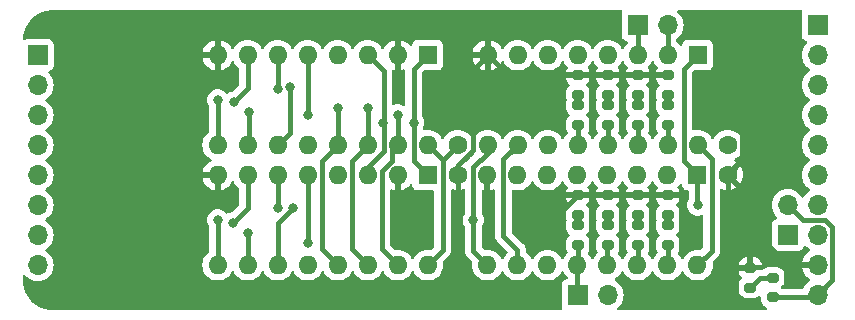
<source format=gbr>
%TF.GenerationSoftware,KiCad,Pcbnew,7.0.5*%
%TF.CreationDate,2024-09-17T16:51:35-04:00*%
%TF.ProjectId,8_bit_logic_analyzer_rev_2,385f6269-745f-46c6-9f67-69635f616e61,rev?*%
%TF.SameCoordinates,Original*%
%TF.FileFunction,Copper,L2,Bot*%
%TF.FilePolarity,Positive*%
%FSLAX46Y46*%
G04 Gerber Fmt 4.6, Leading zero omitted, Abs format (unit mm)*
G04 Created by KiCad (PCBNEW 7.0.5) date 2024-09-17 16:51:35*
%MOMM*%
%LPD*%
G01*
G04 APERTURE LIST*
G04 Aperture macros list*
%AMRoundRect*
0 Rectangle with rounded corners*
0 $1 Rounding radius*
0 $2 $3 $4 $5 $6 $7 $8 $9 X,Y pos of 4 corners*
0 Add a 4 corners polygon primitive as box body*
4,1,4,$2,$3,$4,$5,$6,$7,$8,$9,$2,$3,0*
0 Add four circle primitives for the rounded corners*
1,1,$1+$1,$2,$3*
1,1,$1+$1,$4,$5*
1,1,$1+$1,$6,$7*
1,1,$1+$1,$8,$9*
0 Add four rect primitives between the rounded corners*
20,1,$1+$1,$2,$3,$4,$5,0*
20,1,$1+$1,$4,$5,$6,$7,0*
20,1,$1+$1,$6,$7,$8,$9,0*
20,1,$1+$1,$8,$9,$2,$3,0*%
G04 Aperture macros list end*
%TA.AperFunction,ComponentPad*%
%ADD10R,1.700000X1.700000*%
%TD*%
%TA.AperFunction,ComponentPad*%
%ADD11O,1.700000X1.700000*%
%TD*%
%TA.AperFunction,ComponentPad*%
%ADD12R,1.600000X1.600000*%
%TD*%
%TA.AperFunction,ComponentPad*%
%ADD13O,1.600000X1.600000*%
%TD*%
%TA.AperFunction,ComponentPad*%
%ADD14C,1.600000*%
%TD*%
%TA.AperFunction,SMDPad,CuDef*%
%ADD15RoundRect,0.200000X0.275000X-0.200000X0.275000X0.200000X-0.275000X0.200000X-0.275000X-0.200000X0*%
%TD*%
%TA.AperFunction,SMDPad,CuDef*%
%ADD16RoundRect,0.200000X-0.275000X0.200000X-0.275000X-0.200000X0.275000X-0.200000X0.275000X0.200000X0*%
%TD*%
%TA.AperFunction,ViaPad*%
%ADD17C,0.800000*%
%TD*%
%TA.AperFunction,Conductor*%
%ADD18C,0.400000*%
%TD*%
G04 APERTURE END LIST*
D10*
%TO.P,J2,1,Pin_1*%
%TO.N,/addr_3*%
X81280000Y-17780000D03*
D11*
%TO.P,J2,2,Pin_2*%
%TO.N,/addr_2*%
X81280000Y-20320000D03*
%TO.P,J2,3,Pin_3*%
%TO.N,/addr_1*%
X81280000Y-22860000D03*
%TO.P,J2,4,Pin_4*%
%TO.N,/addr_0*%
X81280000Y-25400000D03*
%TO.P,J2,5,Pin_5*%
%TO.N,/write*%
X81280000Y-27940000D03*
%TO.P,J2,6,Pin_6*%
%TO.N,/load*%
X81280000Y-30480000D03*
%TO.P,J2,7,Pin_7*%
%TO.N,/clear*%
X81280000Y-33020000D03*
%TO.P,J2,8,Pin_8*%
%TO.N,/clk*%
X81280000Y-35560000D03*
%TO.P,J2,9,Pin_9*%
%TO.N,GND*%
X81280000Y-38100000D03*
%TO.P,J2,10,Pin_10*%
%TO.N,VCC*%
X81280000Y-40640000D03*
%TD*%
D12*
%TO.P,U3,1,A0*%
%TO.N,/addr_0*%
X48260000Y-30480000D03*
D13*
%TO.P,U3,2,~CS*%
%TO.N,GND*%
X45720000Y-30480000D03*
%TO.P,U3,3,~WE*%
%TO.N,/write*%
X43180000Y-30480000D03*
%TO.P,U3,4,D0*%
%TO.N,Net-(J1-Pin_5)*%
X40640000Y-30480000D03*
%TO.P,U3,5,S0_n*%
%TO.N,Net-(U3-S0_n)*%
X38100000Y-30480000D03*
%TO.P,U3,6,D1*%
%TO.N,Net-(J1-Pin_6)*%
X35560000Y-30480000D03*
%TO.P,U3,7,S1_n*%
%TO.N,Net-(U3-S1_n)*%
X33020000Y-30480000D03*
%TO.P,U3,8,GND*%
%TO.N,GND*%
X30480000Y-30480000D03*
%TO.P,U3,9,S2_n*%
%TO.N,Net-(U3-S2_n)*%
X30480000Y-38100000D03*
%TO.P,U3,10,D2*%
%TO.N,Net-(J1-Pin_7)*%
X33020000Y-38100000D03*
%TO.P,U3,11,S3_n*%
%TO.N,Net-(U3-S3_n)*%
X35560000Y-38100000D03*
%TO.P,U3,12,D3*%
%TO.N,Net-(J1-Pin_8)*%
X38100000Y-38100000D03*
%TO.P,U3,13,A3*%
%TO.N,/addr_3*%
X40640000Y-38100000D03*
%TO.P,U3,14,A2*%
%TO.N,/addr_2*%
X43180000Y-38100000D03*
%TO.P,U3,15,A1*%
%TO.N,/addr_1*%
X45720000Y-38100000D03*
%TO.P,U3,16,VCC*%
%TO.N,VCC*%
X48260000Y-38100000D03*
%TD*%
D10*
%TO.P,J4,1,Pin_1*%
%TO.N,/s_out*%
X60960000Y-40640000D03*
D11*
%TO.P,J4,2,Pin_2*%
X63500000Y-40640000D03*
%TD*%
D14*
%TO.P,C1,1*%
%TO.N,VCC*%
X50800000Y-27940000D03*
%TO.P,C1,2*%
%TO.N,GND*%
X50800000Y-30440000D03*
%TD*%
D10*
%TO.P,J5,1,Pin_1*%
%TO.N,/clk*%
X78740000Y-35560000D03*
D11*
%TO.P,J5,2,Pin_2*%
%TO.N,VCC*%
X78740000Y-33020000D03*
%TD*%
D12*
%TO.P,U4,1,~{MR}*%
%TO.N,/clear*%
X71095000Y-30480000D03*
D13*
%TO.P,U4,2,J*%
%TO.N,Net-(U2-Q3)*%
X68555000Y-30480000D03*
%TO.P,U4,3,~{K}*%
X66015000Y-30480000D03*
%TO.P,U4,4,P0*%
%TO.N,Net-(U3-S0_n)*%
X63475000Y-30480000D03*
%TO.P,U4,5,P1*%
%TO.N,Net-(U3-S1_n)*%
X60935000Y-30480000D03*
%TO.P,U4,6,P2*%
%TO.N,Net-(U3-S2_n)*%
X58395000Y-30480000D03*
%TO.P,U4,7,P3*%
%TO.N,Net-(U3-S3_n)*%
X55855000Y-30480000D03*
%TO.P,U4,8,GND*%
%TO.N,GND*%
X53315000Y-30480000D03*
%TO.P,U4,9,~{PE}*%
%TO.N,/load*%
X53315000Y-38100000D03*
%TO.P,U4,10,CP*%
%TO.N,/clk*%
X55855000Y-38100000D03*
%TO.P,U4,11,~{Q3}*%
%TO.N,unconnected-(U4-~{Q3}-Pad11)*%
X58395000Y-38100000D03*
%TO.P,U4,12,Q3*%
%TO.N,/s_out*%
X60935000Y-38100000D03*
%TO.P,U4,13,Q2*%
%TO.N,Net-(U4-Q2)*%
X63475000Y-38100000D03*
%TO.P,U4,14,Q1*%
%TO.N,Net-(U4-Q1)*%
X66015000Y-38100000D03*
%TO.P,U4,15,Q0*%
%TO.N,Net-(U4-Q0)*%
X68555000Y-38100000D03*
%TO.P,U4,16,VCC*%
%TO.N,VCC*%
X71095000Y-38100000D03*
%TD*%
D12*
%TO.P,U2,1,~{MR}*%
%TO.N,/clear*%
X71120000Y-20320000D03*
D13*
%TO.P,U2,2,J*%
%TO.N,/s_in*%
X68580000Y-20320000D03*
%TO.P,U2,3,~{K}*%
X66040000Y-20320000D03*
%TO.P,U2,4,P0*%
%TO.N,Net-(U1-S0_n)*%
X63500000Y-20320000D03*
%TO.P,U2,5,P1*%
%TO.N,Net-(U1-S1_n)*%
X60960000Y-20320000D03*
%TO.P,U2,6,P2*%
%TO.N,Net-(U1-S2_n)*%
X58420000Y-20320000D03*
%TO.P,U2,7,P3*%
%TO.N,Net-(U1-S3_n)*%
X55880000Y-20320000D03*
%TO.P,U2,8,GND*%
%TO.N,GND*%
X53340000Y-20320000D03*
%TO.P,U2,9,~{PE}*%
%TO.N,/load*%
X53340000Y-27940000D03*
%TO.P,U2,10,CP*%
%TO.N,/clk*%
X55880000Y-27940000D03*
%TO.P,U2,11,~{Q3}*%
%TO.N,unconnected-(U2-~{Q3}-Pad11)*%
X58420000Y-27940000D03*
%TO.P,U2,12,Q3*%
%TO.N,Net-(U2-Q3)*%
X60960000Y-27940000D03*
%TO.P,U2,13,Q2*%
%TO.N,Net-(U2-Q2)*%
X63500000Y-27940000D03*
%TO.P,U2,14,Q1*%
%TO.N,Net-(U2-Q1)*%
X66040000Y-27940000D03*
%TO.P,U2,15,Q0*%
%TO.N,Net-(U2-Q0)*%
X68580000Y-27940000D03*
%TO.P,U2,16,VCC*%
%TO.N,VCC*%
X71120000Y-27940000D03*
%TD*%
D14*
%TO.P,C2,1*%
%TO.N,VCC*%
X73660000Y-27940000D03*
%TO.P,C2,2*%
%TO.N,GND*%
X73660000Y-30440000D03*
%TD*%
D12*
%TO.P,U1,1,A0*%
%TO.N,/addr_0*%
X48260000Y-20320000D03*
D13*
%TO.P,U1,2,~CS*%
%TO.N,GND*%
X45720000Y-20320000D03*
%TO.P,U1,3,~WE*%
%TO.N,/write*%
X43180000Y-20320000D03*
%TO.P,U1,4,D0*%
%TO.N,Net-(J1-Pin_1)*%
X40640000Y-20320000D03*
%TO.P,U1,5,S0_n*%
%TO.N,Net-(U1-S0_n)*%
X38100000Y-20320000D03*
%TO.P,U1,6,D1*%
%TO.N,Net-(J1-Pin_2)*%
X35560000Y-20320000D03*
%TO.P,U1,7,S1_n*%
%TO.N,Net-(U1-S1_n)*%
X33020000Y-20320000D03*
%TO.P,U1,8,GND*%
%TO.N,GND*%
X30480000Y-20320000D03*
%TO.P,U1,9,S2_n*%
%TO.N,Net-(U1-S2_n)*%
X30480000Y-27940000D03*
%TO.P,U1,10,D2*%
%TO.N,Net-(J1-Pin_3)*%
X33020000Y-27940000D03*
%TO.P,U1,11,S3_n*%
%TO.N,Net-(U1-S3_n)*%
X35560000Y-27940000D03*
%TO.P,U1,12,D3*%
%TO.N,Net-(J1-Pin_4)*%
X38100000Y-27940000D03*
%TO.P,U1,13,A3*%
%TO.N,/addr_3*%
X40640000Y-27940000D03*
%TO.P,U1,14,A2*%
%TO.N,/addr_2*%
X43180000Y-27940000D03*
%TO.P,U1,15,A1*%
%TO.N,/addr_1*%
X45720000Y-27940000D03*
%TO.P,U1,16,VCC*%
%TO.N,VCC*%
X48260000Y-27940000D03*
%TD*%
D10*
%TO.P,J3,1,Pin_1*%
%TO.N,/s_in*%
X66040000Y-17780000D03*
D11*
%TO.P,J3,2,Pin_2*%
X68580000Y-17780000D03*
%TD*%
D10*
%TO.P,J1,1,Pin_1*%
%TO.N,Net-(J1-Pin_1)*%
X15240000Y-20320000D03*
D11*
%TO.P,J1,2,Pin_2*%
%TO.N,Net-(J1-Pin_2)*%
X15240000Y-22860000D03*
%TO.P,J1,3,Pin_3*%
%TO.N,Net-(J1-Pin_3)*%
X15240000Y-25400000D03*
%TO.P,J1,4,Pin_4*%
%TO.N,Net-(J1-Pin_4)*%
X15240000Y-27940000D03*
%TO.P,J1,5,Pin_5*%
%TO.N,Net-(J1-Pin_5)*%
X15240000Y-30480000D03*
%TO.P,J1,6,Pin_6*%
%TO.N,Net-(J1-Pin_6)*%
X15240000Y-33020000D03*
%TO.P,J1,7,Pin_7*%
%TO.N,Net-(J1-Pin_7)*%
X15240000Y-35560000D03*
%TO.P,J1,8,Pin_8*%
%TO.N,Net-(J1-Pin_8)*%
X15240000Y-38100000D03*
%TD*%
D15*
%TO.P,R11,1*%
%TO.N,VCC*%
X77470000Y-40830000D03*
%TO.P,R11,2*%
%TO.N,Net-(D9-A)*%
X77470000Y-39180000D03*
%TD*%
%TO.P,R3,1*%
%TO.N,Net-(U2-Q1)*%
X66040000Y-26225000D03*
%TO.P,R3,2*%
%TO.N,Net-(D3-A)*%
X66040000Y-24575000D03*
%TD*%
D16*
%TO.P,D1,1,K*%
%TO.N,GND*%
X60960000Y-22035000D03*
%TO.P,D1,2,A*%
%TO.N,Net-(D1-A)*%
X60960000Y-23685000D03*
%TD*%
%TO.P,D2,1,K*%
%TO.N,GND*%
X63500000Y-22035000D03*
%TO.P,D2,2,A*%
%TO.N,Net-(D2-A)*%
X63500000Y-23685000D03*
%TD*%
%TO.P,D3,1,K*%
%TO.N,GND*%
X66040000Y-22035000D03*
%TO.P,D3,2,A*%
%TO.N,Net-(D3-A)*%
X66040000Y-23685000D03*
%TD*%
%TO.P,D9,1,K*%
%TO.N,GND*%
X75565000Y-38355000D03*
%TO.P,D9,2,A*%
%TO.N,Net-(D9-A)*%
X75565000Y-40005000D03*
%TD*%
%TO.P,D4,1,K*%
%TO.N,GND*%
X68580000Y-22035000D03*
%TO.P,D4,2,A*%
%TO.N,Net-(D4-A)*%
X68580000Y-23685000D03*
%TD*%
%TO.P,D7,1,K*%
%TO.N,GND*%
X66040000Y-32195000D03*
%TO.P,D7,2,A*%
%TO.N,Net-(D7-A)*%
X66040000Y-33845000D03*
%TD*%
%TO.P,D5,1,K*%
%TO.N,GND*%
X60960000Y-32195000D03*
%TO.P,D5,2,A*%
%TO.N,Net-(D5-A)*%
X60960000Y-33845000D03*
%TD*%
D15*
%TO.P,R10,1*%
%TO.N,Net-(U4-Q0)*%
X68580000Y-36385000D03*
%TO.P,R10,2*%
%TO.N,Net-(D8-A)*%
X68580000Y-34735000D03*
%TD*%
%TO.P,R8,1*%
%TO.N,Net-(U4-Q2)*%
X63500000Y-36385000D03*
%TO.P,R8,2*%
%TO.N,Net-(D6-A)*%
X63500000Y-34735000D03*
%TD*%
D16*
%TO.P,D6,1,K*%
%TO.N,GND*%
X63500000Y-32195000D03*
%TO.P,D6,2,A*%
%TO.N,Net-(D6-A)*%
X63500000Y-33845000D03*
%TD*%
D15*
%TO.P,R1,1*%
%TO.N,Net-(U2-Q3)*%
X60960000Y-26225000D03*
%TO.P,R1,2*%
%TO.N,Net-(D1-A)*%
X60960000Y-24575000D03*
%TD*%
%TO.P,R7,1*%
%TO.N,/s_out*%
X60960000Y-36385000D03*
%TO.P,R7,2*%
%TO.N,Net-(D5-A)*%
X60960000Y-34735000D03*
%TD*%
D16*
%TO.P,D8,1,K*%
%TO.N,GND*%
X68580000Y-32195000D03*
%TO.P,D8,2,A*%
%TO.N,Net-(D8-A)*%
X68580000Y-33845000D03*
%TD*%
D15*
%TO.P,R4,1*%
%TO.N,Net-(U2-Q0)*%
X68580000Y-26225000D03*
%TO.P,R4,2*%
%TO.N,Net-(D4-A)*%
X68580000Y-24575000D03*
%TD*%
%TO.P,R2,1*%
%TO.N,Net-(U2-Q2)*%
X63500000Y-26225000D03*
%TO.P,R2,2*%
%TO.N,Net-(D2-A)*%
X63500000Y-24575000D03*
%TD*%
%TO.P,R9,1*%
%TO.N,Net-(U4-Q1)*%
X66040000Y-36385000D03*
%TO.P,R9,2*%
%TO.N,Net-(D7-A)*%
X66040000Y-34735000D03*
%TD*%
D17*
%TO.N,GND*%
X50800000Y-34925000D03*
X56515000Y-34925000D03*
X53340000Y-35560000D03*
X71120000Y-17780000D03*
X45720000Y-34925000D03*
X74930000Y-34290000D03*
X63500000Y-17780000D03*
%TO.N,Net-(J1-Pin_2)*%
X35579818Y-23157276D03*
%TO.N,Net-(J1-Pin_3)*%
X33102516Y-25129208D03*
%TO.N,Net-(J1-Pin_6)*%
X35574863Y-33272684D03*
%TO.N,Net-(J1-Pin_7)*%
X33033151Y-35353618D03*
%TO.N,/addr_3*%
X40679888Y-24804888D03*
%TO.N,/addr_2*%
X43175856Y-24789500D03*
%TO.N,/addr_1*%
X45720000Y-25389500D03*
%TO.N,/addr_0*%
X47060000Y-26035000D03*
%TO.N,/write*%
X44450000Y-26035000D03*
%TO.N,/load*%
X52115000Y-34290000D03*
%TO.N,/clear*%
X71120000Y-33020000D03*
%TO.N,Net-(U1-S0_n)*%
X38100000Y-25400000D03*
%TO.N,Net-(U1-S1_n)*%
X31830084Y-24337282D03*
%TO.N,Net-(U1-S2_n)*%
X30480000Y-24130000D03*
%TO.N,Net-(U1-S3_n)*%
X36574516Y-23059397D03*
%TO.N,Net-(U3-S0_n)*%
X38100000Y-36195000D03*
%TO.N,Net-(U3-S1_n)*%
X31762341Y-34517911D03*
%TO.N,Net-(U3-S2_n)*%
X30480000Y-34290000D03*
%TO.N,Net-(U3-S3_n)*%
X36830000Y-33252671D03*
%TD*%
D18*
%TO.N,VCC*%
X49530000Y-29210000D02*
X50800000Y-27940000D01*
X49530000Y-36830000D02*
X48260000Y-38100000D01*
X49530000Y-29210000D02*
X49530000Y-36830000D01*
X80030000Y-34310000D02*
X81935000Y-34310000D01*
X82530000Y-34905000D02*
X82530000Y-39390000D01*
X71120000Y-27940000D02*
X72295000Y-29115000D01*
X77470000Y-40830000D02*
X81090000Y-40830000D01*
X82530000Y-39390000D02*
X81280000Y-40640000D01*
X81935000Y-34310000D02*
X82530000Y-34905000D01*
X72295000Y-29115000D02*
X72295000Y-36900000D01*
X48260000Y-27940000D02*
X49530000Y-29210000D01*
X72295000Y-36900000D02*
X71095000Y-38100000D01*
X81090000Y-40830000D02*
X81280000Y-40640000D01*
X78740000Y-33020000D02*
X80030000Y-34310000D01*
%TO.N,GND*%
X55055000Y-22035000D02*
X53340000Y-20320000D01*
X78780000Y-38100000D02*
X81280000Y-38100000D01*
X73660000Y-32980000D02*
X74930000Y-34250000D01*
X68580000Y-32195000D02*
X60960000Y-32195000D01*
X50800000Y-30440000D02*
X50800000Y-29637057D01*
X60960000Y-32195000D02*
X58230000Y-34925000D01*
X74860000Y-29240000D02*
X74860000Y-21520000D01*
X50800000Y-29637057D02*
X52070000Y-28367057D01*
X45720000Y-30480000D02*
X45720000Y-34925000D01*
X53340000Y-35560000D02*
X53315000Y-35535000D01*
X58230000Y-34925000D02*
X56515000Y-34925000D01*
X52070000Y-21590000D02*
X53340000Y-20320000D01*
X74970000Y-34290000D02*
X78780000Y-38100000D01*
X68580000Y-22035000D02*
X60960000Y-22035000D01*
X74930000Y-34250000D02*
X74930000Y-34290000D01*
X73660000Y-30440000D02*
X73660000Y-32980000D01*
X53315000Y-35535000D02*
X53315000Y-30480000D01*
X60960000Y-22035000D02*
X55055000Y-22035000D01*
X74930000Y-34290000D02*
X74970000Y-34290000D01*
X52070000Y-28367057D02*
X52070000Y-21590000D01*
X50800000Y-34925000D02*
X50800000Y-30440000D01*
X73660000Y-30440000D02*
X74860000Y-29240000D01*
X74860000Y-21520000D02*
X71120000Y-17780000D01*
%TO.N,Net-(D1-A)*%
X60960000Y-23685000D02*
X60960000Y-24575000D01*
%TO.N,Net-(D2-A)*%
X63500000Y-23685000D02*
X63500000Y-24575000D01*
%TO.N,Net-(D3-A)*%
X66040000Y-23685000D02*
X66040000Y-24575000D01*
%TO.N,Net-(D4-A)*%
X68580000Y-23685000D02*
X68580000Y-24575000D01*
%TO.N,Net-(D5-A)*%
X60960000Y-33845000D02*
X60960000Y-34735000D01*
%TO.N,Net-(D6-A)*%
X63500000Y-33845000D02*
X63500000Y-34735000D01*
%TO.N,Net-(D7-A)*%
X66040000Y-33845000D02*
X66040000Y-34735000D01*
%TO.N,Net-(D8-A)*%
X68580000Y-33845000D02*
X68580000Y-34735000D01*
%TO.N,Net-(D9-A)*%
X77470000Y-39180000D02*
X76390000Y-39180000D01*
X76390000Y-39180000D02*
X75565000Y-40005000D01*
%TO.N,Net-(J1-Pin_2)*%
X35579818Y-20339818D02*
X35560000Y-20320000D01*
X35579818Y-23157276D02*
X35579818Y-20339818D01*
%TO.N,Net-(J1-Pin_3)*%
X33102516Y-27857484D02*
X33020000Y-27940000D01*
X33102516Y-25129208D02*
X33102516Y-27857484D01*
%TO.N,Net-(J1-Pin_6)*%
X35560000Y-30480000D02*
X35560000Y-33257821D01*
X35560000Y-33257821D02*
X35574863Y-33272684D01*
%TO.N,Net-(J1-Pin_7)*%
X33033151Y-38086849D02*
X33020000Y-38100000D01*
X33033151Y-35353618D02*
X33033151Y-38086849D01*
%TO.N,/addr_3*%
X40640000Y-24844776D02*
X40640000Y-27940000D01*
X40679888Y-24804888D02*
X40640000Y-24844776D01*
X40640000Y-27940000D02*
X39300000Y-29280000D01*
X39300000Y-29280000D02*
X39300000Y-36760000D01*
X39300000Y-36760000D02*
X40640000Y-38100000D01*
%TO.N,/addr_2*%
X41840000Y-36760000D02*
X43180000Y-38100000D01*
X41840000Y-29280000D02*
X41840000Y-36760000D01*
X43180000Y-27940000D02*
X41840000Y-29280000D01*
X43175856Y-24789500D02*
X43175856Y-27935856D01*
X43175856Y-27935856D02*
X43180000Y-27940000D01*
%TO.N,/addr_1*%
X45222943Y-28437057D02*
X45222943Y-29280000D01*
X44380000Y-30122943D02*
X44380000Y-36760000D01*
X44380000Y-36760000D02*
X45720000Y-38100000D01*
X45720000Y-27940000D02*
X45222943Y-28437057D01*
X45720000Y-25389500D02*
X45720000Y-27940000D01*
X45222943Y-29280000D02*
X44380000Y-30122943D01*
%TO.N,/addr_0*%
X47060000Y-29280000D02*
X48260000Y-30480000D01*
X48260000Y-20320000D02*
X47060000Y-21520000D01*
X47060000Y-21520000D02*
X47060000Y-29280000D01*
%TO.N,/write*%
X43180000Y-30480000D02*
X43180000Y-29777057D01*
X43180000Y-29777057D02*
X44520000Y-28437057D01*
X44520000Y-26105000D02*
X44450000Y-26035000D01*
X44520000Y-25965000D02*
X44520000Y-21660000D01*
X44450000Y-26035000D02*
X44520000Y-25965000D01*
X44520000Y-28437057D02*
X44520000Y-26105000D01*
X44520000Y-21660000D02*
X43180000Y-20320000D01*
%TO.N,/load*%
X53340000Y-28575000D02*
X53340000Y-27940000D01*
X52115000Y-29800000D02*
X53340000Y-28575000D01*
X53315000Y-38100000D02*
X52115000Y-36900000D01*
X52115000Y-36900000D02*
X52115000Y-29800000D01*
%TO.N,/clear*%
X71095000Y-32995000D02*
X71120000Y-33020000D01*
X69920000Y-21520000D02*
X71120000Y-20320000D01*
X71095000Y-30480000D02*
X71095000Y-32995000D01*
X69920000Y-29305000D02*
X69920000Y-21520000D01*
X71095000Y-30480000D02*
X69920000Y-29305000D01*
%TO.N,/clk*%
X54655000Y-35605000D02*
X55855000Y-36805000D01*
X55855000Y-36805000D02*
X55855000Y-38100000D01*
X55880000Y-27940000D02*
X54655000Y-29165000D01*
X54655000Y-29165000D02*
X54655000Y-35605000D01*
%TO.N,/s_in*%
X66040000Y-20320000D02*
X66040000Y-17780000D01*
X68580000Y-20320000D02*
X68580000Y-17780000D01*
%TO.N,/s_out*%
X60935000Y-38100000D02*
X60935000Y-40615000D01*
X60935000Y-40615000D02*
X60960000Y-40640000D01*
X60960000Y-36385000D02*
X60960000Y-38075000D01*
X60960000Y-38075000D02*
X60935000Y-38100000D01*
%TO.N,Net-(U2-Q3)*%
X60960000Y-26225000D02*
X60960000Y-27940000D01*
%TO.N,Net-(U2-Q2)*%
X63500000Y-26225000D02*
X63500000Y-27940000D01*
%TO.N,Net-(U2-Q1)*%
X66040000Y-26225000D02*
X66040000Y-27940000D01*
%TO.N,Net-(U2-Q0)*%
X68580000Y-26225000D02*
X68580000Y-27940000D01*
%TO.N,Net-(U4-Q2)*%
X63475000Y-38100000D02*
X63475000Y-36410000D01*
X63475000Y-36410000D02*
X63500000Y-36385000D01*
%TO.N,Net-(U4-Q1)*%
X66040000Y-38075000D02*
X66015000Y-38100000D01*
X66040000Y-36385000D02*
X66040000Y-38075000D01*
%TO.N,Net-(U4-Q0)*%
X68580000Y-36385000D02*
X68580000Y-38075000D01*
X68580000Y-38075000D02*
X68555000Y-38100000D01*
%TO.N,Net-(U1-S0_n)*%
X38100000Y-20320000D02*
X38100000Y-25400000D01*
%TO.N,Net-(U1-S1_n)*%
X33020000Y-20320000D02*
X33020000Y-23147366D01*
X33020000Y-23147366D02*
X31830084Y-24337282D01*
%TO.N,Net-(U1-S2_n)*%
X30480000Y-24130000D02*
X30480000Y-27940000D01*
%TO.N,Net-(U1-S3_n)*%
X36574516Y-26925484D02*
X35560000Y-27940000D01*
X36574516Y-23059397D02*
X36574516Y-26925484D01*
%TO.N,Net-(U3-S0_n)*%
X38100000Y-36195000D02*
X38100000Y-30480000D01*
%TO.N,Net-(U3-S1_n)*%
X31762341Y-34517911D02*
X33020000Y-33260252D01*
X33020000Y-33260252D02*
X33020000Y-30480000D01*
%TO.N,Net-(U3-S2_n)*%
X30480000Y-34290000D02*
X30480000Y-38100000D01*
%TO.N,Net-(U3-S3_n)*%
X35560000Y-34522671D02*
X35560000Y-38100000D01*
X36830000Y-33252671D02*
X35560000Y-34522671D01*
%TD*%
%TA.AperFunction,Conductor*%
%TO.N,GND*%
G36*
X64700993Y-16530185D02*
G01*
X64746748Y-16582989D01*
X64756692Y-16652147D01*
X64747820Y-16678806D01*
X64749303Y-16679359D01*
X64695908Y-16822517D01*
X64689501Y-16882116D01*
X64689500Y-16882135D01*
X64689500Y-18677870D01*
X64689501Y-18677876D01*
X64695908Y-18737483D01*
X64746202Y-18872328D01*
X64746206Y-18872335D01*
X64832452Y-18987544D01*
X64832455Y-18987547D01*
X64947664Y-19073793D01*
X64947671Y-19073797D01*
X65082513Y-19124090D01*
X65082514Y-19124090D01*
X65082517Y-19124091D01*
X65108530Y-19126887D01*
X65173078Y-19153623D01*
X65212927Y-19211014D01*
X65215423Y-19280839D01*
X65182956Y-19337857D01*
X65039951Y-19480862D01*
X64909432Y-19667265D01*
X64909431Y-19667267D01*
X64882382Y-19725275D01*
X64836209Y-19777714D01*
X64769016Y-19796866D01*
X64702135Y-19776650D01*
X64657618Y-19725275D01*
X64630686Y-19667520D01*
X64630568Y-19667266D01*
X64517273Y-19505462D01*
X64500045Y-19480858D01*
X64339141Y-19319954D01*
X64152734Y-19189432D01*
X64152732Y-19189431D01*
X63946497Y-19093261D01*
X63946488Y-19093258D01*
X63726697Y-19034366D01*
X63726693Y-19034365D01*
X63726692Y-19034365D01*
X63726691Y-19034364D01*
X63726686Y-19034364D01*
X63500002Y-19014532D01*
X63499998Y-19014532D01*
X63273313Y-19034364D01*
X63273302Y-19034366D01*
X63053511Y-19093258D01*
X63053502Y-19093261D01*
X62847267Y-19189431D01*
X62847265Y-19189432D01*
X62660858Y-19319954D01*
X62499954Y-19480858D01*
X62369432Y-19667265D01*
X62369431Y-19667267D01*
X62342382Y-19725275D01*
X62296209Y-19777714D01*
X62229016Y-19796866D01*
X62162135Y-19776650D01*
X62117618Y-19725275D01*
X62090686Y-19667520D01*
X62090568Y-19667266D01*
X61977273Y-19505462D01*
X61960045Y-19480858D01*
X61799141Y-19319954D01*
X61612734Y-19189432D01*
X61612732Y-19189431D01*
X61406497Y-19093261D01*
X61406488Y-19093258D01*
X61186697Y-19034366D01*
X61186693Y-19034365D01*
X61186692Y-19034365D01*
X61186691Y-19034364D01*
X61186686Y-19034364D01*
X60960002Y-19014532D01*
X60959998Y-19014532D01*
X60733313Y-19034364D01*
X60733302Y-19034366D01*
X60513511Y-19093258D01*
X60513502Y-19093261D01*
X60307267Y-19189431D01*
X60307265Y-19189432D01*
X60120858Y-19319954D01*
X59959954Y-19480858D01*
X59829432Y-19667265D01*
X59829431Y-19667267D01*
X59802382Y-19725275D01*
X59756209Y-19777714D01*
X59689016Y-19796866D01*
X59622135Y-19776650D01*
X59577618Y-19725275D01*
X59550686Y-19667520D01*
X59550568Y-19667266D01*
X59437273Y-19505462D01*
X59420045Y-19480858D01*
X59259141Y-19319954D01*
X59072734Y-19189432D01*
X59072732Y-19189431D01*
X58866497Y-19093261D01*
X58866488Y-19093258D01*
X58646697Y-19034366D01*
X58646693Y-19034365D01*
X58646692Y-19034365D01*
X58646691Y-19034364D01*
X58646686Y-19034364D01*
X58420002Y-19014532D01*
X58419998Y-19014532D01*
X58193313Y-19034364D01*
X58193302Y-19034366D01*
X57973511Y-19093258D01*
X57973502Y-19093261D01*
X57767267Y-19189431D01*
X57767265Y-19189432D01*
X57580858Y-19319954D01*
X57419954Y-19480858D01*
X57289432Y-19667265D01*
X57289431Y-19667267D01*
X57262382Y-19725275D01*
X57216209Y-19777714D01*
X57149016Y-19796866D01*
X57082135Y-19776650D01*
X57037618Y-19725275D01*
X57010686Y-19667520D01*
X57010568Y-19667266D01*
X56897273Y-19505462D01*
X56880045Y-19480858D01*
X56719141Y-19319954D01*
X56532734Y-19189432D01*
X56532732Y-19189431D01*
X56326497Y-19093261D01*
X56326488Y-19093258D01*
X56106697Y-19034366D01*
X56106693Y-19034365D01*
X56106692Y-19034365D01*
X56106691Y-19034364D01*
X56106686Y-19034364D01*
X55880002Y-19014532D01*
X55879998Y-19014532D01*
X55653313Y-19034364D01*
X55653302Y-19034366D01*
X55433511Y-19093258D01*
X55433502Y-19093261D01*
X55227267Y-19189431D01*
X55227265Y-19189432D01*
X55040858Y-19319954D01*
X54879954Y-19480858D01*
X54749434Y-19667263D01*
X54749432Y-19667266D01*
X54722383Y-19725274D01*
X54722106Y-19725867D01*
X54675933Y-19778306D01*
X54608739Y-19797457D01*
X54541858Y-19777241D01*
X54497342Y-19725865D01*
X54470135Y-19667520D01*
X54470134Y-19667518D01*
X54339657Y-19481179D01*
X54178820Y-19320342D01*
X53992482Y-19189865D01*
X53786328Y-19093734D01*
X53589999Y-19041127D01*
X53589999Y-20004313D01*
X53578045Y-19992359D01*
X53465148Y-19934835D01*
X53371481Y-19920000D01*
X53308519Y-19920000D01*
X53214852Y-19934835D01*
X53101955Y-19992359D01*
X53090000Y-20004313D01*
X53090000Y-19041127D01*
X52893671Y-19093734D01*
X52687517Y-19189865D01*
X52501179Y-19320342D01*
X52340342Y-19481179D01*
X52209865Y-19667517D01*
X52113734Y-19873673D01*
X52113730Y-19873682D01*
X52061127Y-20069999D01*
X52061128Y-20070000D01*
X53024314Y-20070000D01*
X53012359Y-20081955D01*
X52954835Y-20194852D01*
X52935014Y-20320000D01*
X52954835Y-20445148D01*
X53012359Y-20558045D01*
X53024314Y-20570000D01*
X52061128Y-20570000D01*
X52113730Y-20766317D01*
X52113734Y-20766326D01*
X52209865Y-20972482D01*
X52340342Y-21158820D01*
X52501179Y-21319657D01*
X52687517Y-21450134D01*
X52893673Y-21546265D01*
X52893682Y-21546269D01*
X53089999Y-21598872D01*
X53090000Y-21598871D01*
X53090000Y-20635685D01*
X53101955Y-20647641D01*
X53214852Y-20705165D01*
X53308519Y-20720000D01*
X53371481Y-20720000D01*
X53465148Y-20705165D01*
X53578045Y-20647641D01*
X53589999Y-20635686D01*
X53589999Y-21598871D01*
X53589999Y-21598872D01*
X53786317Y-21546269D01*
X53786326Y-21546265D01*
X53992482Y-21450134D01*
X54178820Y-21319657D01*
X54339657Y-21158820D01*
X54470132Y-20972484D01*
X54497341Y-20914134D01*
X54543513Y-20861695D01*
X54610707Y-20842542D01*
X54677588Y-20862757D01*
X54722105Y-20914132D01*
X54744088Y-20961275D01*
X54749431Y-20972732D01*
X54749432Y-20972734D01*
X54879954Y-21159141D01*
X55040858Y-21320045D01*
X55040861Y-21320047D01*
X55227266Y-21450568D01*
X55433504Y-21546739D01*
X55433509Y-21546740D01*
X55433511Y-21546741D01*
X55486415Y-21560916D01*
X55653308Y-21605635D01*
X55815230Y-21619801D01*
X55879998Y-21625468D01*
X55880000Y-21625468D01*
X55880002Y-21625468D01*
X55936807Y-21620498D01*
X56106692Y-21605635D01*
X56326496Y-21546739D01*
X56532734Y-21450568D01*
X56719139Y-21320047D01*
X56880047Y-21159139D01*
X57010568Y-20972734D01*
X57037618Y-20914724D01*
X57083790Y-20862285D01*
X57150983Y-20843133D01*
X57217865Y-20863348D01*
X57262382Y-20914725D01*
X57289429Y-20972728D01*
X57289432Y-20972734D01*
X57419954Y-21159141D01*
X57580858Y-21320045D01*
X57580861Y-21320047D01*
X57767266Y-21450568D01*
X57973504Y-21546739D01*
X57973509Y-21546740D01*
X57973511Y-21546741D01*
X58026415Y-21560916D01*
X58193308Y-21605635D01*
X58355230Y-21619801D01*
X58419998Y-21625468D01*
X58420000Y-21625468D01*
X58420002Y-21625468D01*
X58476807Y-21620498D01*
X58646692Y-21605635D01*
X58866496Y-21546739D01*
X59072734Y-21450568D01*
X59259139Y-21320047D01*
X59420047Y-21159139D01*
X59550568Y-20972734D01*
X59577618Y-20914724D01*
X59623790Y-20862285D01*
X59690983Y-20843133D01*
X59757865Y-20863348D01*
X59802382Y-20914725D01*
X59829429Y-20972728D01*
X59829432Y-20972734D01*
X59959951Y-21159137D01*
X59959952Y-21159138D01*
X59959953Y-21159139D01*
X60087987Y-21287173D01*
X60121471Y-21348494D01*
X60116487Y-21418186D01*
X60106422Y-21439002D01*
X60041982Y-21545599D01*
X60041980Y-21545603D01*
X59991409Y-21707893D01*
X59985000Y-21778427D01*
X59985000Y-21785000D01*
X61934999Y-21785000D01*
X61934999Y-21778417D01*
X61928591Y-21707897D01*
X61928590Y-21707892D01*
X61878018Y-21545603D01*
X61813577Y-21439004D01*
X61795741Y-21371450D01*
X61817258Y-21304976D01*
X61832008Y-21287177D01*
X61960047Y-21159139D01*
X62090568Y-20972734D01*
X62117618Y-20914724D01*
X62163790Y-20862285D01*
X62230983Y-20843133D01*
X62297865Y-20863348D01*
X62342382Y-20914725D01*
X62369429Y-20972728D01*
X62369432Y-20972734D01*
X62499951Y-21159137D01*
X62499952Y-21159138D01*
X62499953Y-21159139D01*
X62627987Y-21287173D01*
X62661471Y-21348494D01*
X62656487Y-21418186D01*
X62646422Y-21439002D01*
X62581982Y-21545599D01*
X62581980Y-21545603D01*
X62531409Y-21707893D01*
X62525000Y-21778427D01*
X62525000Y-21785000D01*
X64474999Y-21785000D01*
X64474999Y-21778417D01*
X64468591Y-21707897D01*
X64468590Y-21707892D01*
X64418018Y-21545603D01*
X64353577Y-21439004D01*
X64335741Y-21371450D01*
X64357258Y-21304976D01*
X64372008Y-21287177D01*
X64500047Y-21159139D01*
X64630568Y-20972734D01*
X64657618Y-20914724D01*
X64703790Y-20862285D01*
X64770983Y-20843133D01*
X64837865Y-20863348D01*
X64882382Y-20914725D01*
X64909429Y-20972728D01*
X64909432Y-20972734D01*
X65039951Y-21159137D01*
X65039952Y-21159138D01*
X65039953Y-21159139D01*
X65167987Y-21287173D01*
X65201471Y-21348494D01*
X65196487Y-21418186D01*
X65186422Y-21439002D01*
X65121982Y-21545599D01*
X65121980Y-21545603D01*
X65071409Y-21707893D01*
X65065000Y-21778427D01*
X65065000Y-21785000D01*
X67014999Y-21785000D01*
X67014999Y-21778417D01*
X67008591Y-21707897D01*
X67008590Y-21707892D01*
X66958018Y-21545603D01*
X66893577Y-21439004D01*
X66875741Y-21371450D01*
X66897258Y-21304976D01*
X66912008Y-21287177D01*
X67040047Y-21159139D01*
X67170568Y-20972734D01*
X67197619Y-20914721D01*
X67243788Y-20862286D01*
X67310981Y-20843133D01*
X67377862Y-20863348D01*
X67422380Y-20914722D01*
X67449432Y-20972734D01*
X67449433Y-20972735D01*
X67579951Y-21159137D01*
X67579952Y-21159138D01*
X67579953Y-21159139D01*
X67707987Y-21287173D01*
X67741471Y-21348494D01*
X67736487Y-21418186D01*
X67726422Y-21439002D01*
X67661982Y-21545599D01*
X67661980Y-21545603D01*
X67611409Y-21707893D01*
X67605000Y-21778427D01*
X67605000Y-21785000D01*
X68706000Y-21785000D01*
X68773039Y-21804685D01*
X68818794Y-21857489D01*
X68830000Y-21909000D01*
X68830000Y-22161000D01*
X68810315Y-22228039D01*
X68757511Y-22273794D01*
X68706000Y-22285000D01*
X67605001Y-22285000D01*
X67605001Y-22291582D01*
X67611408Y-22362102D01*
X67611409Y-22362107D01*
X67661981Y-22524396D01*
X67749927Y-22669877D01*
X67852015Y-22771965D01*
X67885500Y-22833288D01*
X67880516Y-22902980D01*
X67852015Y-22947327D01*
X67749531Y-23049810D01*
X67749530Y-23049811D01*
X67661522Y-23195393D01*
X67610913Y-23357807D01*
X67606207Y-23409598D01*
X67604500Y-23428384D01*
X67604500Y-23941616D01*
X67606883Y-23967837D01*
X67610914Y-24012197D01*
X67615971Y-24028425D01*
X67632977Y-24083002D01*
X67636127Y-24093109D01*
X67637277Y-24162969D01*
X67636127Y-24166888D01*
X67610914Y-24247800D01*
X67610914Y-24247804D01*
X67604512Y-24318259D01*
X67604500Y-24318386D01*
X67604500Y-24831613D01*
X67610913Y-24902192D01*
X67610913Y-24902194D01*
X67610914Y-24902196D01*
X67661522Y-25064606D01*
X67742419Y-25198426D01*
X67749530Y-25210188D01*
X67851661Y-25312319D01*
X67885146Y-25373642D01*
X67880162Y-25443334D01*
X67851661Y-25487681D01*
X67749531Y-25589810D01*
X67749530Y-25589811D01*
X67661522Y-25735393D01*
X67610913Y-25897807D01*
X67604500Y-25968386D01*
X67604500Y-26481613D01*
X67610913Y-26552192D01*
X67610913Y-26552194D01*
X67610914Y-26552196D01*
X67661522Y-26714606D01*
X67726058Y-26821361D01*
X67743894Y-26888914D01*
X67722377Y-26955388D01*
X67707622Y-26973191D01*
X67579954Y-27100858D01*
X67449432Y-27287265D01*
X67449430Y-27287268D01*
X67422380Y-27345277D01*
X67376207Y-27397715D01*
X67309013Y-27416866D01*
X67242132Y-27396649D01*
X67197619Y-27345277D01*
X67170568Y-27287266D01*
X67152997Y-27262171D01*
X67040045Y-27100858D01*
X66912378Y-26973191D01*
X66878893Y-26911868D01*
X66883877Y-26842176D01*
X66893939Y-26821365D01*
X66958478Y-26714606D01*
X67009086Y-26552196D01*
X67015500Y-26481616D01*
X67015500Y-25968384D01*
X67009086Y-25897804D01*
X66958478Y-25735394D01*
X66870472Y-25589815D01*
X66870470Y-25589813D01*
X66870469Y-25589811D01*
X66768338Y-25487680D01*
X66734853Y-25426357D01*
X66739837Y-25356665D01*
X66768337Y-25312319D01*
X66870472Y-25210185D01*
X66958478Y-25064606D01*
X67009086Y-24902196D01*
X67015500Y-24831616D01*
X67015500Y-24318384D01*
X67009086Y-24247804D01*
X66983871Y-24166888D01*
X66982720Y-24097030D01*
X66983861Y-24093144D01*
X67009086Y-24012196D01*
X67015500Y-23941616D01*
X67015500Y-23428384D01*
X67009086Y-23357804D01*
X66958478Y-23195394D01*
X66870472Y-23049815D01*
X66870470Y-23049813D01*
X66870469Y-23049811D01*
X66767984Y-22947326D01*
X66734499Y-22886003D01*
X66739483Y-22816311D01*
X66767985Y-22771963D01*
X66870071Y-22669878D01*
X66870072Y-22669877D01*
X66958019Y-22524395D01*
X67008590Y-22362106D01*
X67015000Y-22291572D01*
X67015000Y-22285000D01*
X65065001Y-22285000D01*
X65065001Y-22291582D01*
X65071408Y-22362102D01*
X65071409Y-22362107D01*
X65121981Y-22524396D01*
X65209927Y-22669877D01*
X65312015Y-22771965D01*
X65345500Y-22833288D01*
X65340516Y-22902980D01*
X65312015Y-22947327D01*
X65209531Y-23049810D01*
X65209530Y-23049811D01*
X65121522Y-23195393D01*
X65070913Y-23357807D01*
X65066207Y-23409598D01*
X65064500Y-23428384D01*
X65064500Y-23941616D01*
X65066883Y-23967837D01*
X65070914Y-24012197D01*
X65075971Y-24028425D01*
X65092977Y-24083002D01*
X65096127Y-24093109D01*
X65097277Y-24162969D01*
X65096127Y-24166888D01*
X65070914Y-24247800D01*
X65070914Y-24247804D01*
X65064512Y-24318259D01*
X65064500Y-24318386D01*
X65064500Y-24831613D01*
X65070913Y-24902192D01*
X65070913Y-24902194D01*
X65070914Y-24902196D01*
X65121522Y-25064606D01*
X65202419Y-25198426D01*
X65209530Y-25210188D01*
X65311661Y-25312319D01*
X65345146Y-25373642D01*
X65340162Y-25443334D01*
X65311661Y-25487681D01*
X65209531Y-25589810D01*
X65209530Y-25589811D01*
X65121522Y-25735393D01*
X65070913Y-25897807D01*
X65064500Y-25968386D01*
X65064500Y-26481613D01*
X65070913Y-26552192D01*
X65070913Y-26552194D01*
X65070914Y-26552196D01*
X65121522Y-26714606D01*
X65186058Y-26821361D01*
X65203894Y-26888914D01*
X65182377Y-26955388D01*
X65167622Y-26973191D01*
X65039954Y-27100858D01*
X64909432Y-27287265D01*
X64909431Y-27287267D01*
X64882382Y-27345275D01*
X64836209Y-27397714D01*
X64769016Y-27416866D01*
X64702135Y-27396650D01*
X64657618Y-27345275D01*
X64657618Y-27345274D01*
X64630568Y-27287266D01*
X64518469Y-27127171D01*
X64500045Y-27100858D01*
X64372378Y-26973191D01*
X64338893Y-26911868D01*
X64343877Y-26842176D01*
X64353939Y-26821365D01*
X64418478Y-26714606D01*
X64469086Y-26552196D01*
X64475500Y-26481616D01*
X64475500Y-25968384D01*
X64469086Y-25897804D01*
X64418478Y-25735394D01*
X64330472Y-25589815D01*
X64330470Y-25589813D01*
X64330469Y-25589811D01*
X64228339Y-25487681D01*
X64194854Y-25426358D01*
X64199838Y-25356666D01*
X64228339Y-25312319D01*
X64330468Y-25210189D01*
X64330469Y-25210188D01*
X64330472Y-25210185D01*
X64418478Y-25064606D01*
X64469086Y-24902196D01*
X64475500Y-24831616D01*
X64475500Y-24318384D01*
X64469086Y-24247804D01*
X64443871Y-24166888D01*
X64442720Y-24097030D01*
X64443861Y-24093144D01*
X64469086Y-24012196D01*
X64475500Y-23941616D01*
X64475500Y-23428384D01*
X64469086Y-23357804D01*
X64418478Y-23195394D01*
X64330472Y-23049815D01*
X64330470Y-23049813D01*
X64330469Y-23049811D01*
X64227984Y-22947326D01*
X64194499Y-22886003D01*
X64199483Y-22816311D01*
X64227985Y-22771963D01*
X64330071Y-22669878D01*
X64330072Y-22669877D01*
X64418019Y-22524395D01*
X64468590Y-22362106D01*
X64475000Y-22291572D01*
X64475000Y-22285000D01*
X62525001Y-22285000D01*
X62525001Y-22291582D01*
X62531408Y-22362102D01*
X62531409Y-22362107D01*
X62581981Y-22524396D01*
X62669927Y-22669877D01*
X62772015Y-22771965D01*
X62805500Y-22833288D01*
X62800516Y-22902980D01*
X62772015Y-22947327D01*
X62669531Y-23049810D01*
X62669530Y-23049811D01*
X62581522Y-23195393D01*
X62530913Y-23357807D01*
X62526207Y-23409598D01*
X62524500Y-23428384D01*
X62524500Y-23941616D01*
X62526883Y-23967837D01*
X62530914Y-24012197D01*
X62535971Y-24028425D01*
X62552977Y-24083002D01*
X62556127Y-24093109D01*
X62557277Y-24162969D01*
X62556127Y-24166888D01*
X62530914Y-24247800D01*
X62530914Y-24247804D01*
X62524512Y-24318259D01*
X62524500Y-24318386D01*
X62524500Y-24831613D01*
X62530913Y-24902192D01*
X62530913Y-24902194D01*
X62530914Y-24902196D01*
X62581522Y-25064606D01*
X62662419Y-25198426D01*
X62669530Y-25210188D01*
X62771661Y-25312319D01*
X62805146Y-25373642D01*
X62800162Y-25443334D01*
X62771661Y-25487681D01*
X62669531Y-25589810D01*
X62669530Y-25589811D01*
X62581522Y-25735393D01*
X62530913Y-25897807D01*
X62524500Y-25968386D01*
X62524500Y-26481613D01*
X62530913Y-26552192D01*
X62530913Y-26552194D01*
X62530914Y-26552196D01*
X62581522Y-26714606D01*
X62646058Y-26821361D01*
X62663894Y-26888914D01*
X62642377Y-26955388D01*
X62627622Y-26973191D01*
X62499954Y-27100858D01*
X62369432Y-27287265D01*
X62369431Y-27287267D01*
X62342382Y-27345275D01*
X62296209Y-27397714D01*
X62229016Y-27416866D01*
X62162135Y-27396650D01*
X62117618Y-27345275D01*
X62117618Y-27345274D01*
X62090568Y-27287266D01*
X61978469Y-27127171D01*
X61960045Y-27100858D01*
X61832378Y-26973191D01*
X61798893Y-26911868D01*
X61803877Y-26842176D01*
X61813939Y-26821365D01*
X61878478Y-26714606D01*
X61929086Y-26552196D01*
X61935500Y-26481616D01*
X61935500Y-25968384D01*
X61929086Y-25897804D01*
X61878478Y-25735394D01*
X61790472Y-25589815D01*
X61790470Y-25589813D01*
X61790469Y-25589811D01*
X61688338Y-25487680D01*
X61654853Y-25426357D01*
X61659837Y-25356665D01*
X61688337Y-25312319D01*
X61790472Y-25210185D01*
X61878478Y-25064606D01*
X61929086Y-24902196D01*
X61935500Y-24831616D01*
X61935500Y-24318384D01*
X61929086Y-24247804D01*
X61903871Y-24166888D01*
X61902720Y-24097030D01*
X61903861Y-24093144D01*
X61929086Y-24012196D01*
X61935500Y-23941616D01*
X61935500Y-23428384D01*
X61929086Y-23357804D01*
X61878478Y-23195394D01*
X61790472Y-23049815D01*
X61790470Y-23049813D01*
X61790469Y-23049811D01*
X61687984Y-22947326D01*
X61654499Y-22886003D01*
X61659483Y-22816311D01*
X61687985Y-22771963D01*
X61790071Y-22669878D01*
X61790072Y-22669877D01*
X61878019Y-22524395D01*
X61928590Y-22362106D01*
X61935000Y-22291572D01*
X61935000Y-22285000D01*
X59985001Y-22285000D01*
X59985001Y-22291582D01*
X59991408Y-22362102D01*
X59991409Y-22362107D01*
X60041981Y-22524396D01*
X60129927Y-22669877D01*
X60232015Y-22771965D01*
X60265500Y-22833288D01*
X60260516Y-22902980D01*
X60232015Y-22947327D01*
X60129531Y-23049810D01*
X60129530Y-23049811D01*
X60041522Y-23195393D01*
X59990913Y-23357807D01*
X59986207Y-23409598D01*
X59984500Y-23428384D01*
X59984500Y-23941616D01*
X59986883Y-23967837D01*
X59990914Y-24012197D01*
X59995971Y-24028425D01*
X60012977Y-24083002D01*
X60016127Y-24093109D01*
X60017277Y-24162969D01*
X60016127Y-24166888D01*
X59990914Y-24247800D01*
X59990914Y-24247804D01*
X59984512Y-24318259D01*
X59984500Y-24318386D01*
X59984500Y-24831613D01*
X59990913Y-24902192D01*
X59990913Y-24902194D01*
X59990914Y-24902196D01*
X60041522Y-25064606D01*
X60122419Y-25198426D01*
X60129530Y-25210188D01*
X60231661Y-25312319D01*
X60265146Y-25373642D01*
X60260162Y-25443334D01*
X60231661Y-25487681D01*
X60129531Y-25589810D01*
X60129530Y-25589811D01*
X60041522Y-25735393D01*
X59990913Y-25897807D01*
X59984500Y-25968386D01*
X59984500Y-26481613D01*
X59990913Y-26552192D01*
X59990913Y-26552194D01*
X59990914Y-26552196D01*
X60041522Y-26714606D01*
X60106058Y-26821361D01*
X60123894Y-26888914D01*
X60102377Y-26955388D01*
X60087622Y-26973191D01*
X59959954Y-27100858D01*
X59829432Y-27287265D01*
X59829431Y-27287267D01*
X59802382Y-27345275D01*
X59756209Y-27397714D01*
X59689016Y-27416866D01*
X59622135Y-27396650D01*
X59577618Y-27345275D01*
X59577618Y-27345274D01*
X59550568Y-27287266D01*
X59438469Y-27127171D01*
X59420045Y-27100858D01*
X59259141Y-26939954D01*
X59072734Y-26809432D01*
X59072732Y-26809431D01*
X58866497Y-26713261D01*
X58866488Y-26713258D01*
X58646697Y-26654366D01*
X58646693Y-26654365D01*
X58646692Y-26654365D01*
X58646691Y-26654364D01*
X58646686Y-26654364D01*
X58420002Y-26634532D01*
X58419998Y-26634532D01*
X58193313Y-26654364D01*
X58193302Y-26654366D01*
X57973511Y-26713258D01*
X57973502Y-26713261D01*
X57767267Y-26809431D01*
X57767265Y-26809432D01*
X57580858Y-26939954D01*
X57419954Y-27100858D01*
X57289432Y-27287265D01*
X57289431Y-27287267D01*
X57262382Y-27345275D01*
X57216209Y-27397714D01*
X57149016Y-27416866D01*
X57082135Y-27396650D01*
X57037618Y-27345275D01*
X57037618Y-27345274D01*
X57010568Y-27287266D01*
X56898469Y-27127171D01*
X56880045Y-27100858D01*
X56719141Y-26939954D01*
X56532734Y-26809432D01*
X56532732Y-26809431D01*
X56326497Y-26713261D01*
X56326488Y-26713258D01*
X56106697Y-26654366D01*
X56106693Y-26654365D01*
X56106692Y-26654365D01*
X56106691Y-26654364D01*
X56106686Y-26654364D01*
X55880002Y-26634532D01*
X55879998Y-26634532D01*
X55653313Y-26654364D01*
X55653302Y-26654366D01*
X55433511Y-26713258D01*
X55433502Y-26713261D01*
X55227267Y-26809431D01*
X55227265Y-26809432D01*
X55040858Y-26939954D01*
X54879954Y-27100858D01*
X54749432Y-27287265D01*
X54749431Y-27287267D01*
X54722382Y-27345275D01*
X54676209Y-27397714D01*
X54609016Y-27416866D01*
X54542135Y-27396650D01*
X54497618Y-27345275D01*
X54497618Y-27345274D01*
X54470568Y-27287266D01*
X54358469Y-27127171D01*
X54340045Y-27100858D01*
X54179141Y-26939954D01*
X53992734Y-26809432D01*
X53992732Y-26809431D01*
X53786497Y-26713261D01*
X53786488Y-26713258D01*
X53566697Y-26654366D01*
X53566693Y-26654365D01*
X53566692Y-26654365D01*
X53566691Y-26654364D01*
X53566686Y-26654364D01*
X53340002Y-26634532D01*
X53339998Y-26634532D01*
X53113313Y-26654364D01*
X53113302Y-26654366D01*
X52893511Y-26713258D01*
X52893502Y-26713261D01*
X52687267Y-26809431D01*
X52687265Y-26809432D01*
X52500858Y-26939954D01*
X52339954Y-27100858D01*
X52209432Y-27287265D01*
X52209431Y-27287267D01*
X52182382Y-27345275D01*
X52136209Y-27397714D01*
X52069016Y-27416866D01*
X52002135Y-27396650D01*
X51957618Y-27345275D01*
X51957618Y-27345274D01*
X51930568Y-27287266D01*
X51818469Y-27127171D01*
X51800045Y-27100858D01*
X51639141Y-26939954D01*
X51452734Y-26809432D01*
X51452732Y-26809431D01*
X51246497Y-26713261D01*
X51246488Y-26713258D01*
X51026697Y-26654366D01*
X51026693Y-26654365D01*
X51026692Y-26654365D01*
X51026691Y-26654364D01*
X51026686Y-26654364D01*
X50800002Y-26634532D01*
X50799998Y-26634532D01*
X50573313Y-26654364D01*
X50573302Y-26654366D01*
X50353511Y-26713258D01*
X50353502Y-26713261D01*
X50147267Y-26809431D01*
X50147265Y-26809432D01*
X49960858Y-26939954D01*
X49799954Y-27100858D01*
X49669432Y-27287265D01*
X49669431Y-27287267D01*
X49642382Y-27345275D01*
X49596209Y-27397714D01*
X49529016Y-27416866D01*
X49462135Y-27396650D01*
X49417618Y-27345275D01*
X49417618Y-27345274D01*
X49390568Y-27287266D01*
X49278469Y-27127171D01*
X49260045Y-27100858D01*
X49099141Y-26939954D01*
X48912734Y-26809432D01*
X48912732Y-26809431D01*
X48706497Y-26713261D01*
X48706488Y-26713258D01*
X48486697Y-26654366D01*
X48486693Y-26654365D01*
X48486692Y-26654365D01*
X48486691Y-26654364D01*
X48486686Y-26654364D01*
X48260002Y-26634532D01*
X48259998Y-26634532D01*
X48033313Y-26654364D01*
X48033299Y-26654367D01*
X47978104Y-26669156D01*
X47908254Y-26667493D01*
X47850392Y-26628330D01*
X47822889Y-26564101D01*
X47834476Y-26495199D01*
X47838617Y-26487395D01*
X47887179Y-26403284D01*
X47945674Y-26223256D01*
X47965460Y-26035000D01*
X47945674Y-25846744D01*
X47887179Y-25666716D01*
X47792533Y-25502784D01*
X47792344Y-25502574D01*
X47792273Y-25502427D01*
X47788714Y-25497528D01*
X47789610Y-25496876D01*
X47762119Y-25439580D01*
X47760500Y-25419608D01*
X47760500Y-21861518D01*
X47780185Y-21794479D01*
X47796815Y-21773841D01*
X47913838Y-21656817D01*
X47975161Y-21623333D01*
X48001519Y-21620499D01*
X49107871Y-21620499D01*
X49107872Y-21620499D01*
X49167483Y-21614091D01*
X49302331Y-21563796D01*
X49417546Y-21477546D01*
X49503796Y-21362331D01*
X49554091Y-21227483D01*
X49560500Y-21167873D01*
X49560499Y-19472128D01*
X49554091Y-19412517D01*
X49535442Y-19362517D01*
X49503797Y-19277671D01*
X49503793Y-19277664D01*
X49417547Y-19162455D01*
X49417544Y-19162452D01*
X49302335Y-19076206D01*
X49302328Y-19076202D01*
X49167482Y-19025908D01*
X49167483Y-19025908D01*
X49107883Y-19019501D01*
X49107881Y-19019500D01*
X49107873Y-19019500D01*
X49107864Y-19019500D01*
X47412129Y-19019500D01*
X47412123Y-19019501D01*
X47352516Y-19025908D01*
X47217671Y-19076202D01*
X47217664Y-19076206D01*
X47102455Y-19162452D01*
X47102452Y-19162455D01*
X47016206Y-19277664D01*
X47016202Y-19277671D01*
X46965908Y-19412517D01*
X46962056Y-19448352D01*
X46935318Y-19512903D01*
X46877926Y-19552752D01*
X46808101Y-19555245D01*
X46748012Y-19519593D01*
X46737192Y-19506221D01*
X46719657Y-19481179D01*
X46558820Y-19320342D01*
X46372482Y-19189865D01*
X46166328Y-19093734D01*
X45970000Y-19041127D01*
X45970000Y-20004314D01*
X45958045Y-19992359D01*
X45845148Y-19934835D01*
X45751481Y-19920000D01*
X45688519Y-19920000D01*
X45594852Y-19934835D01*
X45481955Y-19992359D01*
X45470000Y-20004313D01*
X45470000Y-19041127D01*
X45273671Y-19093734D01*
X45067517Y-19189865D01*
X44881179Y-19320342D01*
X44720342Y-19481179D01*
X44589867Y-19667515D01*
X44562657Y-19725867D01*
X44516484Y-19778306D01*
X44449290Y-19797457D01*
X44382409Y-19777241D01*
X44337893Y-19725865D01*
X44337617Y-19725274D01*
X44310568Y-19667266D01*
X44197273Y-19505462D01*
X44180045Y-19480858D01*
X44019141Y-19319954D01*
X43832734Y-19189432D01*
X43832732Y-19189431D01*
X43626497Y-19093261D01*
X43626488Y-19093258D01*
X43406697Y-19034366D01*
X43406693Y-19034365D01*
X43406692Y-19034365D01*
X43406691Y-19034364D01*
X43406686Y-19034364D01*
X43180002Y-19014532D01*
X43179998Y-19014532D01*
X42953313Y-19034364D01*
X42953302Y-19034366D01*
X42733511Y-19093258D01*
X42733502Y-19093261D01*
X42527267Y-19189431D01*
X42527265Y-19189432D01*
X42340858Y-19319954D01*
X42179954Y-19480858D01*
X42049432Y-19667265D01*
X42049431Y-19667267D01*
X42022382Y-19725275D01*
X41976209Y-19777714D01*
X41909016Y-19796866D01*
X41842135Y-19776650D01*
X41797618Y-19725275D01*
X41770686Y-19667520D01*
X41770568Y-19667266D01*
X41657273Y-19505462D01*
X41640045Y-19480858D01*
X41479141Y-19319954D01*
X41292734Y-19189432D01*
X41292732Y-19189431D01*
X41086497Y-19093261D01*
X41086488Y-19093258D01*
X40866697Y-19034366D01*
X40866693Y-19034365D01*
X40866692Y-19034365D01*
X40866691Y-19034364D01*
X40866686Y-19034364D01*
X40640002Y-19014532D01*
X40639998Y-19014532D01*
X40413313Y-19034364D01*
X40413302Y-19034366D01*
X40193511Y-19093258D01*
X40193502Y-19093261D01*
X39987267Y-19189431D01*
X39987265Y-19189432D01*
X39800858Y-19319954D01*
X39639954Y-19480858D01*
X39509432Y-19667265D01*
X39509431Y-19667267D01*
X39482382Y-19725275D01*
X39436209Y-19777714D01*
X39369016Y-19796866D01*
X39302135Y-19776650D01*
X39257618Y-19725275D01*
X39230686Y-19667520D01*
X39230568Y-19667266D01*
X39117273Y-19505462D01*
X39100045Y-19480858D01*
X38939141Y-19319954D01*
X38752734Y-19189432D01*
X38752732Y-19189431D01*
X38546497Y-19093261D01*
X38546488Y-19093258D01*
X38326697Y-19034366D01*
X38326693Y-19034365D01*
X38326692Y-19034365D01*
X38326691Y-19034364D01*
X38326686Y-19034364D01*
X38100002Y-19014532D01*
X38099998Y-19014532D01*
X37873313Y-19034364D01*
X37873302Y-19034366D01*
X37653511Y-19093258D01*
X37653502Y-19093261D01*
X37447267Y-19189431D01*
X37447265Y-19189432D01*
X37260858Y-19319954D01*
X37099954Y-19480858D01*
X36969432Y-19667265D01*
X36969431Y-19667267D01*
X36942382Y-19725275D01*
X36896209Y-19777714D01*
X36829016Y-19796866D01*
X36762135Y-19776650D01*
X36717618Y-19725275D01*
X36690686Y-19667520D01*
X36690568Y-19667266D01*
X36577273Y-19505462D01*
X36560045Y-19480858D01*
X36399141Y-19319954D01*
X36212734Y-19189432D01*
X36212732Y-19189431D01*
X36006497Y-19093261D01*
X36006488Y-19093258D01*
X35786697Y-19034366D01*
X35786693Y-19034365D01*
X35786692Y-19034365D01*
X35786691Y-19034364D01*
X35786686Y-19034364D01*
X35560002Y-19014532D01*
X35559998Y-19014532D01*
X35333313Y-19034364D01*
X35333302Y-19034366D01*
X35113511Y-19093258D01*
X35113502Y-19093261D01*
X34907267Y-19189431D01*
X34907265Y-19189432D01*
X34720858Y-19319954D01*
X34559954Y-19480858D01*
X34429432Y-19667265D01*
X34429431Y-19667267D01*
X34402382Y-19725275D01*
X34356209Y-19777714D01*
X34289016Y-19796866D01*
X34222135Y-19776650D01*
X34177618Y-19725275D01*
X34150686Y-19667520D01*
X34150568Y-19667266D01*
X34037273Y-19505462D01*
X34020045Y-19480858D01*
X33859141Y-19319954D01*
X33672734Y-19189432D01*
X33672732Y-19189431D01*
X33466497Y-19093261D01*
X33466488Y-19093258D01*
X33246697Y-19034366D01*
X33246693Y-19034365D01*
X33246692Y-19034365D01*
X33246691Y-19034364D01*
X33246686Y-19034364D01*
X33020002Y-19014532D01*
X33019998Y-19014532D01*
X32793313Y-19034364D01*
X32793302Y-19034366D01*
X32573511Y-19093258D01*
X32573502Y-19093261D01*
X32367267Y-19189431D01*
X32367265Y-19189432D01*
X32180858Y-19319954D01*
X32019954Y-19480858D01*
X31889434Y-19667263D01*
X31889432Y-19667266D01*
X31862383Y-19725274D01*
X31862106Y-19725867D01*
X31815933Y-19778306D01*
X31748739Y-19797457D01*
X31681858Y-19777241D01*
X31637342Y-19725865D01*
X31610135Y-19667520D01*
X31610134Y-19667518D01*
X31479657Y-19481179D01*
X31318820Y-19320342D01*
X31132482Y-19189865D01*
X30926328Y-19093734D01*
X30729999Y-19041127D01*
X30729999Y-20004313D01*
X30718045Y-19992359D01*
X30605148Y-19934835D01*
X30511481Y-19920000D01*
X30448519Y-19920000D01*
X30354852Y-19934835D01*
X30241955Y-19992359D01*
X30230000Y-20004314D01*
X30230000Y-19041127D01*
X30033671Y-19093734D01*
X29827517Y-19189865D01*
X29641179Y-19320342D01*
X29480342Y-19481179D01*
X29349865Y-19667517D01*
X29253734Y-19873673D01*
X29253730Y-19873682D01*
X29201127Y-20069999D01*
X29201128Y-20070000D01*
X30164314Y-20070000D01*
X30152359Y-20081955D01*
X30094835Y-20194852D01*
X30075014Y-20320000D01*
X30094835Y-20445148D01*
X30152359Y-20558045D01*
X30164314Y-20570000D01*
X29201128Y-20570000D01*
X29253730Y-20766317D01*
X29253734Y-20766326D01*
X29349865Y-20972482D01*
X29480342Y-21158820D01*
X29641179Y-21319657D01*
X29827517Y-21450134D01*
X30033673Y-21546265D01*
X30033682Y-21546269D01*
X30229999Y-21598872D01*
X30230000Y-21598871D01*
X30230000Y-20635686D01*
X30241955Y-20647641D01*
X30354852Y-20705165D01*
X30448519Y-20720000D01*
X30511481Y-20720000D01*
X30605148Y-20705165D01*
X30718045Y-20647641D01*
X30729999Y-20635686D01*
X30730000Y-21598871D01*
X30730000Y-21598872D01*
X30926317Y-21546269D01*
X30926326Y-21546265D01*
X31132482Y-21450134D01*
X31318820Y-21319657D01*
X31479657Y-21158820D01*
X31610132Y-20972484D01*
X31637341Y-20914134D01*
X31683513Y-20861695D01*
X31750707Y-20842542D01*
X31817588Y-20862757D01*
X31862105Y-20914132D01*
X31884088Y-20961275D01*
X31889431Y-20972732D01*
X31889432Y-20972734D01*
X32019954Y-21159141D01*
X32180858Y-21320045D01*
X32266622Y-21380097D01*
X32310247Y-21434673D01*
X32319499Y-21481672D01*
X32319499Y-22805847D01*
X32299814Y-22872886D01*
X32283180Y-22893528D01*
X31767110Y-23409598D01*
X31705787Y-23443083D01*
X31705210Y-23443207D01*
X31550281Y-23476137D01*
X31550276Y-23476139D01*
X31377354Y-23553130D01*
X31377350Y-23553133D01*
X31343734Y-23577556D01*
X31277927Y-23601035D01*
X31209873Y-23585208D01*
X31178700Y-23560209D01*
X31158553Y-23537834D01*
X31085871Y-23457112D01*
X31085870Y-23457111D01*
X30932734Y-23345851D01*
X30932729Y-23345848D01*
X30759807Y-23268857D01*
X30759802Y-23268855D01*
X30614001Y-23237865D01*
X30574646Y-23229500D01*
X30385354Y-23229500D01*
X30352897Y-23236398D01*
X30200197Y-23268855D01*
X30200192Y-23268857D01*
X30027270Y-23345848D01*
X30027265Y-23345851D01*
X29874129Y-23457111D01*
X29747466Y-23597785D01*
X29652821Y-23761715D01*
X29652818Y-23761722D01*
X29594328Y-23941737D01*
X29594327Y-23941738D01*
X29594326Y-23941742D01*
X29594326Y-23941744D01*
X29574540Y-24130000D01*
X29594326Y-24318256D01*
X29594327Y-24318259D01*
X29652818Y-24498277D01*
X29652821Y-24498284D01*
X29747467Y-24662216D01*
X29747657Y-24662427D01*
X29747728Y-24662576D01*
X29751285Y-24667471D01*
X29750389Y-24668121D01*
X29777880Y-24725422D01*
X29779499Y-24745391D01*
X29779500Y-26778326D01*
X29759815Y-26845365D01*
X29726624Y-26879901D01*
X29640863Y-26939951D01*
X29479951Y-27100862D01*
X29349432Y-27287265D01*
X29349431Y-27287267D01*
X29253261Y-27493502D01*
X29253258Y-27493511D01*
X29194366Y-27713302D01*
X29194364Y-27713313D01*
X29174532Y-27939998D01*
X29174532Y-27940001D01*
X29194364Y-28166686D01*
X29194366Y-28166697D01*
X29253258Y-28386488D01*
X29253261Y-28386497D01*
X29349431Y-28592732D01*
X29349432Y-28592734D01*
X29479954Y-28779141D01*
X29640858Y-28940045D01*
X29640861Y-28940047D01*
X29827266Y-29070568D01*
X29885865Y-29097893D01*
X29938305Y-29144065D01*
X29957457Y-29211258D01*
X29937242Y-29278139D01*
X29885867Y-29322657D01*
X29827515Y-29349867D01*
X29641179Y-29480342D01*
X29480342Y-29641179D01*
X29349865Y-29827517D01*
X29253734Y-30033673D01*
X29253730Y-30033682D01*
X29201127Y-30229999D01*
X29201128Y-30230000D01*
X30164314Y-30230000D01*
X30152359Y-30241955D01*
X30094835Y-30354852D01*
X30075014Y-30480000D01*
X30094835Y-30605148D01*
X30152359Y-30718045D01*
X30164314Y-30730000D01*
X29201128Y-30730000D01*
X29253730Y-30926317D01*
X29253734Y-30926326D01*
X29349865Y-31132482D01*
X29480342Y-31318820D01*
X29641179Y-31479657D01*
X29827517Y-31610134D01*
X30033673Y-31706265D01*
X30033682Y-31706269D01*
X30229999Y-31758872D01*
X30230000Y-31758871D01*
X30230000Y-30795686D01*
X30241955Y-30807641D01*
X30354852Y-30865165D01*
X30448519Y-30880000D01*
X30511481Y-30880000D01*
X30605148Y-30865165D01*
X30718045Y-30807641D01*
X30730000Y-30795686D01*
X30730000Y-31758872D01*
X30926317Y-31706269D01*
X30926326Y-31706265D01*
X31132482Y-31610134D01*
X31318820Y-31479657D01*
X31479657Y-31318820D01*
X31610132Y-31132484D01*
X31637341Y-31074134D01*
X31683513Y-31021695D01*
X31750707Y-31002542D01*
X31817588Y-31022757D01*
X31862106Y-31074133D01*
X31889431Y-31132732D01*
X31889432Y-31132734D01*
X32019954Y-31319141D01*
X32180857Y-31480044D01*
X32180860Y-31480046D01*
X32180861Y-31480047D01*
X32266623Y-31540097D01*
X32310248Y-31594673D01*
X32319500Y-31641672D01*
X32319500Y-32918732D01*
X32299815Y-32985771D01*
X32283181Y-33006413D01*
X31699367Y-33590227D01*
X31638044Y-33623712D01*
X31637467Y-33623836D01*
X31482538Y-33656766D01*
X31482533Y-33656768D01*
X31307175Y-33734844D01*
X31237925Y-33744129D01*
X31174648Y-33714501D01*
X31164589Y-33704537D01*
X31137197Y-33674115D01*
X31085871Y-33617112D01*
X31085870Y-33617111D01*
X30932734Y-33505851D01*
X30932729Y-33505848D01*
X30759807Y-33428857D01*
X30759802Y-33428855D01*
X30614001Y-33397865D01*
X30574646Y-33389500D01*
X30385354Y-33389500D01*
X30352897Y-33396398D01*
X30200197Y-33428855D01*
X30200192Y-33428857D01*
X30027270Y-33505848D01*
X30027265Y-33505851D01*
X29874129Y-33617111D01*
X29747466Y-33757785D01*
X29652821Y-33921715D01*
X29652818Y-33921722D01*
X29594327Y-34101740D01*
X29594326Y-34101744D01*
X29574540Y-34290000D01*
X29594326Y-34478256D01*
X29594914Y-34480065D01*
X29652818Y-34658277D01*
X29652821Y-34658284D01*
X29747467Y-34822216D01*
X29747648Y-34822417D01*
X29747657Y-34822427D01*
X29747728Y-34822576D01*
X29751285Y-34827471D01*
X29750389Y-34828121D01*
X29777880Y-34885422D01*
X29779499Y-34905391D01*
X29779500Y-36938326D01*
X29759815Y-37005365D01*
X29726624Y-37039901D01*
X29640863Y-37099951D01*
X29479951Y-37260862D01*
X29349432Y-37447265D01*
X29349431Y-37447267D01*
X29253261Y-37653502D01*
X29253258Y-37653511D01*
X29194366Y-37873302D01*
X29194364Y-37873313D01*
X29174532Y-38099998D01*
X29174532Y-38100001D01*
X29194364Y-38326686D01*
X29194366Y-38326697D01*
X29253258Y-38546488D01*
X29253261Y-38546497D01*
X29349431Y-38752732D01*
X29349432Y-38752734D01*
X29479954Y-38939141D01*
X29640858Y-39100045D01*
X29656381Y-39110914D01*
X29827266Y-39230568D01*
X30033504Y-39326739D01*
X30253308Y-39385635D01*
X30415230Y-39399801D01*
X30479998Y-39405468D01*
X30480000Y-39405468D01*
X30480002Y-39405468D01*
X30536673Y-39400509D01*
X30706692Y-39385635D01*
X30926496Y-39326739D01*
X31132734Y-39230568D01*
X31319139Y-39100047D01*
X31480047Y-38939139D01*
X31610568Y-38752734D01*
X31637618Y-38694724D01*
X31683790Y-38642285D01*
X31750983Y-38623133D01*
X31817865Y-38643348D01*
X31862382Y-38694725D01*
X31889429Y-38752728D01*
X31889432Y-38752734D01*
X32019954Y-38939141D01*
X32180858Y-39100045D01*
X32196381Y-39110914D01*
X32367266Y-39230568D01*
X32573504Y-39326739D01*
X32793308Y-39385635D01*
X32955230Y-39399801D01*
X33019998Y-39405468D01*
X33020000Y-39405468D01*
X33020002Y-39405468D01*
X33076673Y-39400509D01*
X33246692Y-39385635D01*
X33466496Y-39326739D01*
X33672734Y-39230568D01*
X33859139Y-39100047D01*
X34020047Y-38939139D01*
X34150568Y-38752734D01*
X34177618Y-38694724D01*
X34223790Y-38642285D01*
X34290983Y-38623133D01*
X34357865Y-38643348D01*
X34402382Y-38694725D01*
X34429429Y-38752728D01*
X34429432Y-38752734D01*
X34559954Y-38939141D01*
X34720858Y-39100045D01*
X34736381Y-39110914D01*
X34907266Y-39230568D01*
X35113504Y-39326739D01*
X35333308Y-39385635D01*
X35495230Y-39399801D01*
X35559998Y-39405468D01*
X35560000Y-39405468D01*
X35560002Y-39405468D01*
X35616673Y-39400509D01*
X35786692Y-39385635D01*
X36006496Y-39326739D01*
X36212734Y-39230568D01*
X36399139Y-39100047D01*
X36560047Y-38939139D01*
X36690568Y-38752734D01*
X36717618Y-38694724D01*
X36763790Y-38642285D01*
X36830983Y-38623133D01*
X36897865Y-38643348D01*
X36942382Y-38694725D01*
X36969429Y-38752728D01*
X36969432Y-38752734D01*
X37099954Y-38939141D01*
X37260858Y-39100045D01*
X37276381Y-39110914D01*
X37447266Y-39230568D01*
X37653504Y-39326739D01*
X37873308Y-39385635D01*
X38035230Y-39399801D01*
X38099998Y-39405468D01*
X38100000Y-39405468D01*
X38100002Y-39405468D01*
X38156673Y-39400509D01*
X38326692Y-39385635D01*
X38546496Y-39326739D01*
X38752734Y-39230568D01*
X38939139Y-39100047D01*
X39100047Y-38939139D01*
X39230568Y-38752734D01*
X39257618Y-38694724D01*
X39303790Y-38642285D01*
X39370983Y-38623133D01*
X39437865Y-38643348D01*
X39482382Y-38694725D01*
X39509429Y-38752728D01*
X39509432Y-38752734D01*
X39639954Y-38939141D01*
X39800858Y-39100045D01*
X39816381Y-39110914D01*
X39987266Y-39230568D01*
X40193504Y-39326739D01*
X40413308Y-39385635D01*
X40575230Y-39399801D01*
X40639998Y-39405468D01*
X40640000Y-39405468D01*
X40640002Y-39405468D01*
X40696673Y-39400509D01*
X40866692Y-39385635D01*
X41086496Y-39326739D01*
X41292734Y-39230568D01*
X41479139Y-39100047D01*
X41640047Y-38939139D01*
X41770568Y-38752734D01*
X41797618Y-38694724D01*
X41843790Y-38642285D01*
X41910983Y-38623133D01*
X41977865Y-38643348D01*
X42022382Y-38694725D01*
X42049429Y-38752728D01*
X42049432Y-38752734D01*
X42179954Y-38939141D01*
X42340858Y-39100045D01*
X42356381Y-39110914D01*
X42527266Y-39230568D01*
X42733504Y-39326739D01*
X42953308Y-39385635D01*
X43115230Y-39399801D01*
X43179998Y-39405468D01*
X43180000Y-39405468D01*
X43180002Y-39405468D01*
X43236673Y-39400509D01*
X43406692Y-39385635D01*
X43626496Y-39326739D01*
X43832734Y-39230568D01*
X44019139Y-39100047D01*
X44180047Y-38939139D01*
X44310568Y-38752734D01*
X44337618Y-38694724D01*
X44383790Y-38642285D01*
X44450983Y-38623133D01*
X44517865Y-38643348D01*
X44562382Y-38694725D01*
X44589429Y-38752728D01*
X44589432Y-38752734D01*
X44719954Y-38939141D01*
X44880858Y-39100045D01*
X44896381Y-39110914D01*
X45067266Y-39230568D01*
X45273504Y-39326739D01*
X45493308Y-39385635D01*
X45655230Y-39399801D01*
X45719998Y-39405468D01*
X45720000Y-39405468D01*
X45720002Y-39405468D01*
X45776673Y-39400509D01*
X45946692Y-39385635D01*
X46166496Y-39326739D01*
X46372734Y-39230568D01*
X46559139Y-39100047D01*
X46720047Y-38939139D01*
X46850568Y-38752734D01*
X46877618Y-38694724D01*
X46923790Y-38642285D01*
X46990983Y-38623133D01*
X47057865Y-38643348D01*
X47102382Y-38694725D01*
X47129429Y-38752728D01*
X47129432Y-38752734D01*
X47259954Y-38939141D01*
X47420858Y-39100045D01*
X47436381Y-39110914D01*
X47607266Y-39230568D01*
X47813504Y-39326739D01*
X48033308Y-39385635D01*
X48195230Y-39399801D01*
X48259998Y-39405468D01*
X48260000Y-39405468D01*
X48260002Y-39405468D01*
X48316673Y-39400509D01*
X48486692Y-39385635D01*
X48706496Y-39326739D01*
X48912734Y-39230568D01*
X49099139Y-39100047D01*
X49260047Y-38939139D01*
X49390568Y-38752734D01*
X49486739Y-38546496D01*
X49545635Y-38326692D01*
X49565468Y-38100000D01*
X49545635Y-37873308D01*
X49545633Y-37873303D01*
X49545180Y-37868117D01*
X49558946Y-37799617D01*
X49581024Y-37769631D01*
X50009056Y-37341599D01*
X50011748Y-37339065D01*
X50058183Y-37297929D01*
X50093436Y-37246855D01*
X50095613Y-37243896D01*
X50133878Y-37195057D01*
X50138037Y-37185815D01*
X50149062Y-37166268D01*
X50154818Y-37157930D01*
X50176820Y-37099912D01*
X50178235Y-37096495D01*
X50203694Y-37039932D01*
X50205520Y-37029965D01*
X50211548Y-37008340D01*
X50215140Y-36998872D01*
X50222221Y-36940554D01*
X50222615Y-36937309D01*
X50223179Y-36933605D01*
X50228656Y-36903715D01*
X50234357Y-36872606D01*
X50234131Y-36868876D01*
X50230613Y-36810707D01*
X50230500Y-36806963D01*
X50230500Y-31794862D01*
X50250185Y-31727823D01*
X50302989Y-31682068D01*
X50372147Y-31672124D01*
X50386594Y-31675087D01*
X50573393Y-31725140D01*
X50573400Y-31725141D01*
X50799998Y-31744966D01*
X50800002Y-31744966D01*
X51026599Y-31725141D01*
X51026610Y-31725139D01*
X51246315Y-31666269D01*
X51248073Y-31665630D01*
X51248900Y-31665577D01*
X51251555Y-31664866D01*
X51251697Y-31665399D01*
X51317802Y-31661189D01*
X51378862Y-31695151D01*
X51411868Y-31756733D01*
X51414500Y-31782146D01*
X51414500Y-33674608D01*
X51394815Y-33741647D01*
X51382656Y-33757574D01*
X51382468Y-33757782D01*
X51382464Y-33757787D01*
X51287821Y-33921715D01*
X51287818Y-33921722D01*
X51229327Y-34101740D01*
X51229326Y-34101744D01*
X51209540Y-34290000D01*
X51229326Y-34478256D01*
X51229914Y-34480065D01*
X51287818Y-34658277D01*
X51287821Y-34658284D01*
X51382466Y-34822215D01*
X51382648Y-34822417D01*
X51382716Y-34822559D01*
X51386285Y-34827471D01*
X51385386Y-34828123D01*
X51412879Y-34885408D01*
X51414500Y-34905391D01*
X51414500Y-36876951D01*
X51414387Y-36880696D01*
X51410642Y-36942603D01*
X51410642Y-36942605D01*
X51421821Y-37003612D01*
X51422384Y-37007313D01*
X51429859Y-37068870D01*
X51429860Y-37068874D01*
X51433451Y-37078343D01*
X51439474Y-37099946D01*
X51441304Y-37109930D01*
X51466759Y-37166490D01*
X51468189Y-37169941D01*
X51490182Y-37227930D01*
X51490870Y-37228926D01*
X51495936Y-37236266D01*
X51506961Y-37255813D01*
X51511120Y-37265055D01*
X51511124Y-37265060D01*
X51527926Y-37286506D01*
X51536875Y-37297929D01*
X51549371Y-37313878D01*
X51551591Y-37316896D01*
X51586812Y-37367924D01*
X51586816Y-37367928D01*
X51586817Y-37367929D01*
X51633250Y-37409064D01*
X51635941Y-37411598D01*
X51824270Y-37599927D01*
X51993972Y-37769629D01*
X52027457Y-37830952D01*
X52029819Y-37868117D01*
X52009532Y-38099998D01*
X52009532Y-38100001D01*
X52029364Y-38326686D01*
X52029366Y-38326697D01*
X52088258Y-38546488D01*
X52088261Y-38546497D01*
X52184431Y-38752732D01*
X52184432Y-38752734D01*
X52314954Y-38939141D01*
X52475858Y-39100045D01*
X52491381Y-39110914D01*
X52662266Y-39230568D01*
X52868504Y-39326739D01*
X53088308Y-39385635D01*
X53250230Y-39399801D01*
X53314998Y-39405468D01*
X53315000Y-39405468D01*
X53315002Y-39405468D01*
X53371673Y-39400509D01*
X53541692Y-39385635D01*
X53761496Y-39326739D01*
X53967734Y-39230568D01*
X54154139Y-39100047D01*
X54315047Y-38939139D01*
X54445568Y-38752734D01*
X54472618Y-38694724D01*
X54518790Y-38642285D01*
X54585983Y-38623133D01*
X54652865Y-38643348D01*
X54697382Y-38694725D01*
X54724429Y-38752728D01*
X54724432Y-38752734D01*
X54854954Y-38939141D01*
X55015858Y-39100045D01*
X55031381Y-39110914D01*
X55202266Y-39230568D01*
X55408504Y-39326739D01*
X55628308Y-39385635D01*
X55790230Y-39399801D01*
X55854998Y-39405468D01*
X55855000Y-39405468D01*
X55855002Y-39405468D01*
X55911672Y-39400509D01*
X56081692Y-39385635D01*
X56301496Y-39326739D01*
X56507734Y-39230568D01*
X56694139Y-39100047D01*
X56855047Y-38939139D01*
X56985568Y-38752734D01*
X57012618Y-38694724D01*
X57058790Y-38642285D01*
X57125983Y-38623133D01*
X57192865Y-38643348D01*
X57237382Y-38694725D01*
X57264429Y-38752728D01*
X57264432Y-38752734D01*
X57394954Y-38939141D01*
X57555858Y-39100045D01*
X57571381Y-39110914D01*
X57742266Y-39230568D01*
X57948504Y-39326739D01*
X58168308Y-39385635D01*
X58330230Y-39399801D01*
X58394998Y-39405468D01*
X58395000Y-39405468D01*
X58395002Y-39405468D01*
X58451673Y-39400509D01*
X58621692Y-39385635D01*
X58841496Y-39326739D01*
X59047734Y-39230568D01*
X59234139Y-39100047D01*
X59395047Y-38939139D01*
X59525568Y-38752734D01*
X59552618Y-38694724D01*
X59598790Y-38642285D01*
X59665983Y-38623133D01*
X59732865Y-38643348D01*
X59777382Y-38694725D01*
X59804429Y-38752728D01*
X59804432Y-38752734D01*
X59934954Y-38939141D01*
X60080381Y-39084568D01*
X60113866Y-39145891D01*
X60108882Y-39215583D01*
X60067010Y-39271516D01*
X60010024Y-39293938D01*
X60010068Y-39294124D01*
X60008777Y-39294428D01*
X60005959Y-39295538D01*
X60002519Y-39295907D01*
X59867671Y-39346202D01*
X59867664Y-39346206D01*
X59752455Y-39432452D01*
X59752452Y-39432455D01*
X59666206Y-39547664D01*
X59666202Y-39547671D01*
X59615908Y-39682517D01*
X59609501Y-39742116D01*
X59609500Y-39742135D01*
X59609500Y-41537870D01*
X59609501Y-41537876D01*
X59615908Y-41597483D01*
X59669303Y-41740641D01*
X59666208Y-41741795D01*
X59677637Y-41794362D01*
X59653211Y-41859823D01*
X59597272Y-41901687D01*
X59553954Y-41909500D01*
X16511741Y-41909500D01*
X16508264Y-41909402D01*
X16394508Y-41903013D01*
X16222330Y-41892599D01*
X16215683Y-41891835D01*
X16079655Y-41868722D01*
X15930780Y-41841440D01*
X15924789Y-41840032D01*
X15788604Y-41800798D01*
X15787322Y-41800413D01*
X15647183Y-41756744D01*
X15641899Y-41754831D01*
X15509426Y-41699959D01*
X15507707Y-41699216D01*
X15375398Y-41639668D01*
X15370851Y-41637393D01*
X15244613Y-41567624D01*
X15242528Y-41566419D01*
X15119064Y-41491781D01*
X15115260Y-41489287D01*
X14997272Y-41405571D01*
X14994912Y-41403811D01*
X14881666Y-41315088D01*
X14878589Y-41312512D01*
X14770568Y-41215980D01*
X14768041Y-41213590D01*
X14666408Y-41111957D01*
X14664018Y-41109430D01*
X14567486Y-41001409D01*
X14564910Y-40998332D01*
X14550874Y-40980416D01*
X14476176Y-40885072D01*
X14474427Y-40882726D01*
X14390711Y-40764738D01*
X14388217Y-40760934D01*
X14340141Y-40681408D01*
X14313568Y-40637451D01*
X14312374Y-40635385D01*
X14242605Y-40509147D01*
X14240330Y-40504600D01*
X14180754Y-40372227D01*
X14180058Y-40370617D01*
X14125164Y-40238092D01*
X14123259Y-40232830D01*
X14079569Y-40092624D01*
X14079200Y-40091394D01*
X14058677Y-40020156D01*
X14039963Y-39955198D01*
X14038561Y-39949232D01*
X14011288Y-39800416D01*
X13988161Y-39664299D01*
X13987401Y-39657691D01*
X13976989Y-39485549D01*
X13972317Y-39402360D01*
X13970598Y-39371735D01*
X13970500Y-39368259D01*
X13970500Y-39034769D01*
X13990185Y-38967730D01*
X14042989Y-38921975D01*
X14112147Y-38912031D01*
X14175703Y-38941056D01*
X14196073Y-38963644D01*
X14201505Y-38971401D01*
X14368599Y-39138495D01*
X14379162Y-39145891D01*
X14562165Y-39274032D01*
X14562167Y-39274033D01*
X14562170Y-39274035D01*
X14776337Y-39373903D01*
X15004592Y-39435063D01*
X15192918Y-39451539D01*
X15239999Y-39455659D01*
X15240000Y-39455659D01*
X15240001Y-39455659D01*
X15279234Y-39452226D01*
X15475408Y-39435063D01*
X15703663Y-39373903D01*
X15917830Y-39274035D01*
X16111401Y-39138495D01*
X16278495Y-38971401D01*
X16414035Y-38777830D01*
X16513903Y-38563663D01*
X16575063Y-38335408D01*
X16595659Y-38100000D01*
X16575063Y-37864592D01*
X16513903Y-37636337D01*
X16414035Y-37422171D01*
X16406645Y-37411616D01*
X16278494Y-37228597D01*
X16111402Y-37061506D01*
X16111396Y-37061501D01*
X15925842Y-36931575D01*
X15882217Y-36876998D01*
X15875023Y-36807500D01*
X15906546Y-36745145D01*
X15925842Y-36728425D01*
X15949025Y-36712192D01*
X16111401Y-36598495D01*
X16278495Y-36431401D01*
X16414035Y-36237830D01*
X16513903Y-36023663D01*
X16575063Y-35795408D01*
X16595659Y-35560000D01*
X16575063Y-35324592D01*
X16513903Y-35096337D01*
X16414035Y-34882171D01*
X16376191Y-34828123D01*
X16278494Y-34688597D01*
X16111402Y-34521506D01*
X16111396Y-34521501D01*
X15925842Y-34391575D01*
X15882217Y-34336998D01*
X15875023Y-34267500D01*
X15906546Y-34205145D01*
X15925842Y-34188425D01*
X15969843Y-34157615D01*
X16111401Y-34058495D01*
X16278495Y-33891401D01*
X16414035Y-33697830D01*
X16513903Y-33483663D01*
X16575063Y-33255408D01*
X16595659Y-33020000D01*
X16575063Y-32784592D01*
X16513903Y-32556337D01*
X16414035Y-32342171D01*
X16408425Y-32334158D01*
X16278494Y-32148597D01*
X16111402Y-31981506D01*
X16111396Y-31981501D01*
X15925842Y-31851575D01*
X15882217Y-31796998D01*
X15875023Y-31727500D01*
X15906546Y-31665145D01*
X15925842Y-31648425D01*
X15980527Y-31610134D01*
X16111401Y-31518495D01*
X16278495Y-31351401D01*
X16414035Y-31157830D01*
X16513903Y-30943663D01*
X16575063Y-30715408D01*
X16595659Y-30480000D01*
X16575063Y-30244592D01*
X16513903Y-30016337D01*
X16414035Y-29802171D01*
X16339235Y-29695344D01*
X16278494Y-29608597D01*
X16111402Y-29441506D01*
X16111396Y-29441501D01*
X15925842Y-29311575D01*
X15882217Y-29256998D01*
X15875023Y-29187500D01*
X15906546Y-29125145D01*
X15925842Y-29108425D01*
X15989364Y-29063946D01*
X16111401Y-28978495D01*
X16278495Y-28811401D01*
X16414035Y-28617830D01*
X16513903Y-28403663D01*
X16575063Y-28175408D01*
X16595659Y-27940000D01*
X16575063Y-27704592D01*
X16513903Y-27476337D01*
X16414035Y-27262171D01*
X16320566Y-27128682D01*
X16278494Y-27068597D01*
X16111402Y-26901506D01*
X16111396Y-26901501D01*
X15925842Y-26771575D01*
X15882217Y-26716998D01*
X15875023Y-26647500D01*
X15906546Y-26585145D01*
X15925842Y-26568425D01*
X16030419Y-26495199D01*
X16111401Y-26438495D01*
X16278495Y-26271401D01*
X16414035Y-26077830D01*
X16513903Y-25863663D01*
X16575063Y-25635408D01*
X16595659Y-25400000D01*
X16575063Y-25164592D01*
X16515140Y-24940952D01*
X16513905Y-24936344D01*
X16513904Y-24936343D01*
X16513903Y-24936337D01*
X16414035Y-24722171D01*
X16372307Y-24662576D01*
X16278494Y-24528597D01*
X16111402Y-24361506D01*
X16111396Y-24361501D01*
X15925842Y-24231575D01*
X15882217Y-24176998D01*
X15875023Y-24107500D01*
X15906546Y-24045145D01*
X15925842Y-24028425D01*
X16046777Y-23943745D01*
X16111401Y-23898495D01*
X16278495Y-23731401D01*
X16414035Y-23537830D01*
X16513903Y-23323663D01*
X16575063Y-23095408D01*
X16595659Y-22860000D01*
X16575063Y-22624592D01*
X16513903Y-22396337D01*
X16414035Y-22182171D01*
X16397738Y-22158897D01*
X16278496Y-21988600D01*
X16240052Y-21950156D01*
X16156567Y-21866671D01*
X16123084Y-21805351D01*
X16128068Y-21735659D01*
X16169939Y-21679725D01*
X16200915Y-21662810D01*
X16332331Y-21613796D01*
X16447546Y-21527546D01*
X16533796Y-21412331D01*
X16584091Y-21277483D01*
X16590500Y-21217873D01*
X16590499Y-19422128D01*
X16584091Y-19362517D01*
X16574894Y-19337859D01*
X16533797Y-19227671D01*
X16533793Y-19227664D01*
X16447547Y-19112455D01*
X16447544Y-19112452D01*
X16332335Y-19026206D01*
X16332328Y-19026202D01*
X16197482Y-18975908D01*
X16197483Y-18975908D01*
X16137883Y-18969501D01*
X16137881Y-18969500D01*
X16137873Y-18969500D01*
X16137864Y-18969500D01*
X14342129Y-18969500D01*
X14342123Y-18969501D01*
X14282515Y-18975909D01*
X14145987Y-19026830D01*
X14076296Y-19031814D01*
X14014973Y-18998328D01*
X13981489Y-18937005D01*
X13978881Y-18903168D01*
X13987401Y-18762304D01*
X13988160Y-18755704D01*
X14011281Y-18619623D01*
X14038562Y-18470758D01*
X14039960Y-18464810D01*
X14079225Y-18328518D01*
X14079552Y-18327428D01*
X14123264Y-18187155D01*
X14125159Y-18181921D01*
X14180080Y-18049330D01*
X14180732Y-18047820D01*
X14240343Y-17915370D01*
X14242599Y-17910861D01*
X14312393Y-17784579D01*
X14313542Y-17782591D01*
X14388221Y-17659057D01*
X14390701Y-17655274D01*
X14474461Y-17537226D01*
X14476145Y-17534967D01*
X14564932Y-17421638D01*
X14567472Y-17418605D01*
X14664052Y-17310531D01*
X14666373Y-17308077D01*
X14768077Y-17206373D01*
X14770531Y-17204052D01*
X14878605Y-17107472D01*
X14881638Y-17104932D01*
X14994967Y-17016145D01*
X14997226Y-17014461D01*
X15115274Y-16930701D01*
X15119057Y-16928221D01*
X15242591Y-16853542D01*
X15244579Y-16852393D01*
X15370861Y-16782599D01*
X15375370Y-16780343D01*
X15507820Y-16720732D01*
X15509330Y-16720080D01*
X15641921Y-16665159D01*
X15647155Y-16663264D01*
X15787428Y-16619552D01*
X15788518Y-16619225D01*
X15924810Y-16579960D01*
X15930758Y-16578562D01*
X16079626Y-16551281D01*
X16215704Y-16528160D01*
X16222304Y-16527401D01*
X16394288Y-16516998D01*
X16485501Y-16511875D01*
X16508264Y-16510598D01*
X16511740Y-16510500D01*
X64633954Y-16510500D01*
X64700993Y-16530185D01*
G37*
%TD.AperFunction*%
%TA.AperFunction,Conductor*%
G36*
X79940993Y-16530185D02*
G01*
X79986748Y-16582989D01*
X79996692Y-16652147D01*
X79987820Y-16678806D01*
X79989303Y-16679359D01*
X79935908Y-16822517D01*
X79929501Y-16882116D01*
X79929500Y-16882135D01*
X79929500Y-18677870D01*
X79929501Y-18677876D01*
X79935908Y-18737483D01*
X79986202Y-18872328D01*
X79986206Y-18872335D01*
X80072452Y-18987544D01*
X80072455Y-18987547D01*
X80187664Y-19073793D01*
X80187671Y-19073797D01*
X80319081Y-19122810D01*
X80375015Y-19164681D01*
X80399432Y-19230145D01*
X80384580Y-19298418D01*
X80363430Y-19326673D01*
X80241503Y-19448600D01*
X80105965Y-19642169D01*
X80105964Y-19642171D01*
X80006098Y-19856335D01*
X80006094Y-19856344D01*
X79944938Y-20084586D01*
X79944936Y-20084596D01*
X79924341Y-20319999D01*
X79924341Y-20320000D01*
X79944936Y-20555403D01*
X79944938Y-20555413D01*
X80006094Y-20783655D01*
X80006096Y-20783659D01*
X80006097Y-20783663D01*
X80067213Y-20914726D01*
X80105965Y-20997830D01*
X80105967Y-20997834D01*
X80180761Y-21104650D01*
X80218913Y-21159137D01*
X80241501Y-21191395D01*
X80241506Y-21191402D01*
X80408597Y-21358493D01*
X80408603Y-21358498D01*
X80594158Y-21488425D01*
X80637783Y-21543002D01*
X80644977Y-21612500D01*
X80613454Y-21674855D01*
X80594158Y-21691575D01*
X80408597Y-21821505D01*
X80241505Y-21988597D01*
X80105965Y-22182169D01*
X80105964Y-22182171D01*
X80006098Y-22396335D01*
X80006094Y-22396344D01*
X79944938Y-22624586D01*
X79944936Y-22624596D01*
X79924341Y-22859999D01*
X79924341Y-22860000D01*
X79944936Y-23095403D01*
X79944938Y-23095413D01*
X80006094Y-23323655D01*
X80006096Y-23323659D01*
X80006097Y-23323663D01*
X80100240Y-23525553D01*
X80105965Y-23537830D01*
X80105967Y-23537834D01*
X80241501Y-23731395D01*
X80241506Y-23731402D01*
X80408597Y-23898493D01*
X80408603Y-23898498D01*
X80594158Y-24028425D01*
X80637783Y-24083002D01*
X80644977Y-24152500D01*
X80613454Y-24214855D01*
X80594158Y-24231575D01*
X80408597Y-24361505D01*
X80241505Y-24528597D01*
X80105965Y-24722169D01*
X80105964Y-24722171D01*
X80006098Y-24936335D01*
X80006094Y-24936344D01*
X79944938Y-25164586D01*
X79944936Y-25164596D01*
X79924341Y-25399999D01*
X79924341Y-25400000D01*
X79944936Y-25635403D01*
X79944938Y-25635413D01*
X80006094Y-25863655D01*
X80006096Y-25863659D01*
X80006097Y-25863663D01*
X80083583Y-26029831D01*
X80105965Y-26077830D01*
X80105967Y-26077834D01*
X80241501Y-26271395D01*
X80241506Y-26271402D01*
X80408597Y-26438493D01*
X80408603Y-26438498D01*
X80594158Y-26568425D01*
X80637783Y-26623002D01*
X80644977Y-26692500D01*
X80613454Y-26754855D01*
X80594158Y-26771575D01*
X80408597Y-26901505D01*
X80241505Y-27068597D01*
X80105965Y-27262169D01*
X80105964Y-27262171D01*
X80006098Y-27476335D01*
X80006094Y-27476344D01*
X79944938Y-27704586D01*
X79944936Y-27704596D01*
X79924341Y-27939999D01*
X79924341Y-27940000D01*
X79944936Y-28175403D01*
X79944938Y-28175413D01*
X80006094Y-28403655D01*
X80006096Y-28403659D01*
X80006097Y-28403663D01*
X80067213Y-28534726D01*
X80105965Y-28617830D01*
X80105967Y-28617834D01*
X80241501Y-28811395D01*
X80241506Y-28811402D01*
X80408597Y-28978493D01*
X80408603Y-28978498D01*
X80594158Y-29108425D01*
X80637783Y-29163002D01*
X80644977Y-29232500D01*
X80613454Y-29294855D01*
X80594158Y-29311575D01*
X80408597Y-29441505D01*
X80241505Y-29608597D01*
X80105965Y-29802169D01*
X80105964Y-29802171D01*
X80006098Y-30016335D01*
X80006094Y-30016344D01*
X79944938Y-30244586D01*
X79944936Y-30244596D01*
X79924341Y-30479999D01*
X79924341Y-30480000D01*
X79944936Y-30715403D01*
X79944938Y-30715413D01*
X80006094Y-30943655D01*
X80006096Y-30943659D01*
X80006097Y-30943663D01*
X80075491Y-31092478D01*
X80105965Y-31157830D01*
X80105967Y-31157834D01*
X80214281Y-31312521D01*
X80218913Y-31319137D01*
X80241501Y-31351395D01*
X80241506Y-31351402D01*
X80408597Y-31518493D01*
X80408603Y-31518498D01*
X80594158Y-31648425D01*
X80637783Y-31703002D01*
X80644977Y-31772500D01*
X80613454Y-31834855D01*
X80594158Y-31851575D01*
X80408597Y-31981505D01*
X80241505Y-32148597D01*
X80111575Y-32334158D01*
X80056998Y-32377783D01*
X79987500Y-32384977D01*
X79925145Y-32353454D01*
X79908425Y-32334158D01*
X79778494Y-32148597D01*
X79611402Y-31981506D01*
X79611395Y-31981501D01*
X79417834Y-31845967D01*
X79417830Y-31845965D01*
X79417828Y-31845964D01*
X79203663Y-31746097D01*
X79203659Y-31746096D01*
X79203655Y-31746094D01*
X78975413Y-31684938D01*
X78975403Y-31684936D01*
X78740001Y-31664341D01*
X78739999Y-31664341D01*
X78504596Y-31684936D01*
X78504586Y-31684938D01*
X78276344Y-31746094D01*
X78276335Y-31746098D01*
X78062171Y-31845964D01*
X78062169Y-31845965D01*
X77868597Y-31981505D01*
X77701505Y-32148597D01*
X77565965Y-32342169D01*
X77565964Y-32342171D01*
X77466098Y-32556335D01*
X77466094Y-32556344D01*
X77404938Y-32784586D01*
X77404936Y-32784596D01*
X77384341Y-33019999D01*
X77384341Y-33020000D01*
X77404936Y-33255403D01*
X77404938Y-33255413D01*
X77466094Y-33483655D01*
X77466096Y-33483659D01*
X77466097Y-33483663D01*
X77565964Y-33697830D01*
X77565965Y-33697830D01*
X77565967Y-33697834D01*
X77701501Y-33891395D01*
X77701506Y-33891402D01*
X77823430Y-34013326D01*
X77856915Y-34074649D01*
X77851931Y-34144341D01*
X77810059Y-34200274D01*
X77779083Y-34217189D01*
X77647669Y-34266203D01*
X77647664Y-34266206D01*
X77532455Y-34352452D01*
X77532452Y-34352455D01*
X77446206Y-34467664D01*
X77446202Y-34467671D01*
X77395908Y-34602517D01*
X77389501Y-34662116D01*
X77389500Y-34662135D01*
X77389500Y-36457870D01*
X77389501Y-36457876D01*
X77395908Y-36517483D01*
X77446202Y-36652328D01*
X77446206Y-36652335D01*
X77532452Y-36767544D01*
X77532455Y-36767547D01*
X77647664Y-36853793D01*
X77647671Y-36853797D01*
X77782517Y-36904091D01*
X77782516Y-36904091D01*
X77789444Y-36904835D01*
X77842127Y-36910500D01*
X79637872Y-36910499D01*
X79697483Y-36904091D01*
X79832331Y-36853796D01*
X79947546Y-36767546D01*
X80033796Y-36652331D01*
X80082810Y-36520916D01*
X80124681Y-36464984D01*
X80190145Y-36440566D01*
X80258418Y-36455417D01*
X80286673Y-36476569D01*
X80408597Y-36598493D01*
X80408603Y-36598498D01*
X80433767Y-36616118D01*
X80592431Y-36727216D01*
X80594594Y-36728730D01*
X80638219Y-36783307D01*
X80645413Y-36852805D01*
X80613890Y-36915160D01*
X80594595Y-36931880D01*
X80408922Y-37061890D01*
X80408920Y-37061891D01*
X80241891Y-37228920D01*
X80241886Y-37228926D01*
X80106400Y-37422420D01*
X80106399Y-37422422D01*
X80006570Y-37636507D01*
X80006567Y-37636513D01*
X79949364Y-37849999D01*
X79949364Y-37850000D01*
X80846314Y-37850000D01*
X80820507Y-37890156D01*
X80780000Y-38028111D01*
X80780000Y-38171889D01*
X80820507Y-38309844D01*
X80846314Y-38350000D01*
X79949364Y-38350000D01*
X80006567Y-38563486D01*
X80006570Y-38563492D01*
X80106399Y-38777578D01*
X80241894Y-38971082D01*
X80408917Y-39138105D01*
X80594595Y-39268119D01*
X80638219Y-39322696D01*
X80645412Y-39392195D01*
X80613890Y-39454549D01*
X80594595Y-39471269D01*
X80408594Y-39601508D01*
X80241506Y-39768596D01*
X80105965Y-39962170D01*
X80105962Y-39962176D01*
X80061324Y-40057904D01*
X80015152Y-40110344D01*
X79948942Y-40129500D01*
X78286520Y-40129500D01*
X78219481Y-40109815D01*
X78198926Y-40093269D01*
X78198423Y-40092766D01*
X78164879Y-40031479D01*
X78169794Y-39961783D01*
X78198336Y-39917320D01*
X78300472Y-39815185D01*
X78388478Y-39669606D01*
X78439086Y-39507196D01*
X78445500Y-39436616D01*
X78445500Y-38923384D01*
X78439086Y-38852804D01*
X78388478Y-38690394D01*
X78300472Y-38544815D01*
X78300470Y-38544813D01*
X78300469Y-38544811D01*
X78180188Y-38424530D01*
X78034606Y-38336522D01*
X78003060Y-38326692D01*
X77872196Y-38285914D01*
X77872194Y-38285913D01*
X77872192Y-38285913D01*
X77822778Y-38281423D01*
X77801616Y-38279500D01*
X77138384Y-38279500D01*
X77119145Y-38281248D01*
X77067807Y-38285913D01*
X76905393Y-38336522D01*
X76759811Y-38424530D01*
X76759810Y-38424531D01*
X76741161Y-38443181D01*
X76679838Y-38476666D01*
X76653480Y-38479500D01*
X76413037Y-38479500D01*
X76409293Y-38479387D01*
X76347397Y-38475643D01*
X76347390Y-38475643D01*
X76286402Y-38486819D01*
X76282701Y-38487382D01*
X76221125Y-38494860D01*
X76211642Y-38498456D01*
X76190038Y-38504478D01*
X76188535Y-38504754D01*
X76180065Y-38506306D01*
X76123522Y-38531754D01*
X76120063Y-38533187D01*
X76089405Y-38544815D01*
X76062070Y-38555182D01*
X76062068Y-38555183D01*
X76062066Y-38555184D01*
X76062061Y-38555186D01*
X76053722Y-38560942D01*
X76034190Y-38571959D01*
X76024943Y-38576121D01*
X76021763Y-38578613D01*
X76019008Y-38579709D01*
X76018530Y-38579999D01*
X76018481Y-38579919D01*
X75956850Y-38604460D01*
X75945293Y-38605000D01*
X74590001Y-38605000D01*
X74590001Y-38611582D01*
X74596408Y-38682102D01*
X74596409Y-38682107D01*
X74646981Y-38844396D01*
X74734927Y-38989877D01*
X74837015Y-39091965D01*
X74870500Y-39153288D01*
X74865516Y-39222980D01*
X74837015Y-39267327D01*
X74734531Y-39369810D01*
X74734530Y-39369811D01*
X74646522Y-39515393D01*
X74595913Y-39677807D01*
X74589500Y-39748386D01*
X74589500Y-40261613D01*
X74595913Y-40332192D01*
X74646522Y-40494606D01*
X74734530Y-40640188D01*
X74854811Y-40760469D01*
X74854813Y-40760470D01*
X74854815Y-40760472D01*
X75000394Y-40848478D01*
X75162804Y-40899086D01*
X75233384Y-40905500D01*
X75233387Y-40905500D01*
X75896613Y-40905500D01*
X75896616Y-40905500D01*
X75967196Y-40899086D01*
X76129606Y-40848478D01*
X76275185Y-40760472D01*
X76275189Y-40760467D01*
X76282819Y-40752839D01*
X76344142Y-40719354D01*
X76413834Y-40724338D01*
X76469767Y-40766210D01*
X76494184Y-40831674D01*
X76494500Y-40840520D01*
X76494500Y-41086613D01*
X76500913Y-41157192D01*
X76500913Y-41157194D01*
X76500914Y-41157196D01*
X76535220Y-41267289D01*
X76551522Y-41319606D01*
X76639530Y-41465188D01*
X76759811Y-41585469D01*
X76759813Y-41585470D01*
X76759815Y-41585472D01*
X76905394Y-41673478D01*
X76905395Y-41673478D01*
X76911813Y-41677358D01*
X76910788Y-41679052D01*
X76956110Y-41717892D01*
X76976160Y-41784823D01*
X76956842Y-41851969D01*
X76904289Y-41898011D01*
X76852162Y-41909500D01*
X64434770Y-41909500D01*
X64367731Y-41889815D01*
X64321976Y-41837011D01*
X64312032Y-41767853D01*
X64341057Y-41704297D01*
X64363646Y-41683926D01*
X64371393Y-41678501D01*
X64371395Y-41678499D01*
X64371401Y-41678495D01*
X64538495Y-41511401D01*
X64674035Y-41317830D01*
X64773903Y-41103663D01*
X64835063Y-40875408D01*
X64855659Y-40640000D01*
X64835063Y-40404592D01*
X64773903Y-40176337D01*
X64674035Y-39962171D01*
X64674034Y-39962169D01*
X64538494Y-39768597D01*
X64371402Y-39601506D01*
X64371395Y-39601501D01*
X64177834Y-39465967D01*
X64177824Y-39465962D01*
X64140449Y-39448533D01*
X64088010Y-39402360D01*
X64068859Y-39335167D01*
X64089076Y-39268286D01*
X64124246Y-39235026D01*
X64123299Y-39233673D01*
X64127732Y-39230568D01*
X64127734Y-39230568D01*
X64314139Y-39100047D01*
X64475047Y-38939139D01*
X64605568Y-38752734D01*
X64632618Y-38694724D01*
X64678790Y-38642285D01*
X64745983Y-38623133D01*
X64812865Y-38643348D01*
X64857382Y-38694725D01*
X64884429Y-38752728D01*
X64884432Y-38752734D01*
X65014954Y-38939141D01*
X65175858Y-39100045D01*
X65191381Y-39110914D01*
X65362266Y-39230568D01*
X65568504Y-39326739D01*
X65788308Y-39385635D01*
X65950230Y-39399801D01*
X66014998Y-39405468D01*
X66015000Y-39405468D01*
X66015002Y-39405468D01*
X66071673Y-39400509D01*
X66241692Y-39385635D01*
X66461496Y-39326739D01*
X66667734Y-39230568D01*
X66854139Y-39100047D01*
X67015047Y-38939139D01*
X67145568Y-38752734D01*
X67172618Y-38694724D01*
X67218790Y-38642285D01*
X67285983Y-38623133D01*
X67352865Y-38643348D01*
X67397382Y-38694725D01*
X67424429Y-38752728D01*
X67424432Y-38752734D01*
X67554954Y-38939141D01*
X67715858Y-39100045D01*
X67731381Y-39110914D01*
X67902266Y-39230568D01*
X68108504Y-39326739D01*
X68328308Y-39385635D01*
X68490230Y-39399801D01*
X68554998Y-39405468D01*
X68555000Y-39405468D01*
X68555002Y-39405468D01*
X68611672Y-39400509D01*
X68781692Y-39385635D01*
X69001496Y-39326739D01*
X69207734Y-39230568D01*
X69394139Y-39100047D01*
X69555047Y-38939139D01*
X69685568Y-38752734D01*
X69712618Y-38694724D01*
X69758790Y-38642285D01*
X69825983Y-38623133D01*
X69892865Y-38643348D01*
X69937382Y-38694725D01*
X69964429Y-38752728D01*
X69964432Y-38752734D01*
X70094954Y-38939141D01*
X70255858Y-39100045D01*
X70271381Y-39110914D01*
X70442266Y-39230568D01*
X70648504Y-39326739D01*
X70868308Y-39385635D01*
X71030230Y-39399801D01*
X71094998Y-39405468D01*
X71095000Y-39405468D01*
X71095002Y-39405468D01*
X71151673Y-39400509D01*
X71321692Y-39385635D01*
X71541496Y-39326739D01*
X71747734Y-39230568D01*
X71934139Y-39100047D01*
X72095047Y-38939139D01*
X72225568Y-38752734D01*
X72321739Y-38546496D01*
X72380635Y-38326692D01*
X72400031Y-38105000D01*
X74590000Y-38105000D01*
X75315000Y-38105000D01*
X75315000Y-37455000D01*
X75815000Y-37455000D01*
X75815000Y-38105000D01*
X76539999Y-38105000D01*
X76539999Y-38098417D01*
X76533591Y-38027897D01*
X76533590Y-38027892D01*
X76483018Y-37865603D01*
X76395072Y-37720122D01*
X76274877Y-37599927D01*
X76129395Y-37511980D01*
X76129396Y-37511980D01*
X75967105Y-37461409D01*
X75967106Y-37461409D01*
X75896572Y-37455000D01*
X75815000Y-37455000D01*
X75315000Y-37455000D01*
X75314999Y-37454999D01*
X75233417Y-37455000D01*
X75162897Y-37461408D01*
X75162892Y-37461409D01*
X75000603Y-37511981D01*
X74855122Y-37599927D01*
X74734927Y-37720122D01*
X74646980Y-37865604D01*
X74596409Y-38027893D01*
X74590000Y-38098427D01*
X74590000Y-38105000D01*
X72400031Y-38105000D01*
X72400468Y-38100000D01*
X72380635Y-37873308D01*
X72380633Y-37873303D01*
X72380180Y-37868117D01*
X72393946Y-37799617D01*
X72416024Y-37769631D01*
X72774056Y-37411599D01*
X72776748Y-37409065D01*
X72823183Y-37367929D01*
X72823187Y-37367924D01*
X72841345Y-37341616D01*
X72858427Y-37316866D01*
X72860617Y-37313890D01*
X72898877Y-37265057D01*
X72903029Y-37255828D01*
X72914062Y-37236268D01*
X72919130Y-37228926D01*
X72919818Y-37227930D01*
X72941812Y-37169933D01*
X72943238Y-37166490D01*
X72968694Y-37109932D01*
X72970520Y-37099965D01*
X72976548Y-37078340D01*
X72980140Y-37068872D01*
X72987490Y-37008336D01*
X72987615Y-37007309D01*
X72988179Y-37003605D01*
X72999357Y-36942605D01*
X72999357Y-36942603D01*
X72995613Y-36880707D01*
X72995500Y-36876963D01*
X72995500Y-31759171D01*
X73015185Y-31692132D01*
X73067989Y-31646377D01*
X73137147Y-31636433D01*
X73171905Y-31646789D01*
X73213673Y-31666266D01*
X73213682Y-31666269D01*
X73433389Y-31725139D01*
X73433400Y-31725141D01*
X73659998Y-31744966D01*
X73660002Y-31744966D01*
X73886599Y-31725141D01*
X73886610Y-31725139D01*
X74106317Y-31666269D01*
X74106331Y-31666264D01*
X74312478Y-31570136D01*
X74385472Y-31519025D01*
X73704401Y-30837953D01*
X73785148Y-30825165D01*
X73898045Y-30767641D01*
X73987641Y-30678045D01*
X74045165Y-30565148D01*
X74057953Y-30484399D01*
X74739025Y-31165472D01*
X74790136Y-31092478D01*
X74886264Y-30886331D01*
X74886269Y-30886317D01*
X74945139Y-30666610D01*
X74945141Y-30666599D01*
X74964966Y-30440002D01*
X74964966Y-30439997D01*
X74945141Y-30213400D01*
X74945139Y-30213389D01*
X74886269Y-29993682D01*
X74886265Y-29993673D01*
X74790133Y-29787516D01*
X74790131Y-29787512D01*
X74739026Y-29714526D01*
X74739025Y-29714526D01*
X74057953Y-30395597D01*
X74045165Y-30314852D01*
X73987641Y-30201955D01*
X73898045Y-30112359D01*
X73785148Y-30054835D01*
X73704400Y-30042046D01*
X74385472Y-29360974D01*
X74385471Y-29360973D01*
X74312483Y-29309866D01*
X74312481Y-29309865D01*
X74297023Y-29302657D01*
X74244584Y-29256484D01*
X74225432Y-29189290D01*
X74245648Y-29122409D01*
X74297023Y-29077893D01*
X74312734Y-29070568D01*
X74499139Y-28940047D01*
X74660047Y-28779139D01*
X74790568Y-28592734D01*
X74886739Y-28386496D01*
X74945635Y-28166692D01*
X74965468Y-27940000D01*
X74945635Y-27713308D01*
X74886739Y-27493504D01*
X74790568Y-27287266D01*
X74678469Y-27127171D01*
X74660045Y-27100858D01*
X74499141Y-26939954D01*
X74312734Y-26809432D01*
X74312732Y-26809431D01*
X74106497Y-26713261D01*
X74106488Y-26713258D01*
X73886697Y-26654366D01*
X73886693Y-26654365D01*
X73886692Y-26654365D01*
X73886691Y-26654364D01*
X73886686Y-26654364D01*
X73660002Y-26634532D01*
X73659998Y-26634532D01*
X73433313Y-26654364D01*
X73433302Y-26654366D01*
X73213511Y-26713258D01*
X73213502Y-26713261D01*
X73007267Y-26809431D01*
X73007265Y-26809432D01*
X72820858Y-26939954D01*
X72659954Y-27100858D01*
X72529432Y-27287265D01*
X72529431Y-27287267D01*
X72502382Y-27345275D01*
X72456209Y-27397714D01*
X72389016Y-27416866D01*
X72322135Y-27396650D01*
X72277618Y-27345275D01*
X72277618Y-27345274D01*
X72250568Y-27287266D01*
X72138469Y-27127171D01*
X72120045Y-27100858D01*
X71959141Y-26939954D01*
X71772734Y-26809432D01*
X71772732Y-26809431D01*
X71566497Y-26713261D01*
X71566488Y-26713258D01*
X71346697Y-26654366D01*
X71346693Y-26654365D01*
X71346692Y-26654365D01*
X71346691Y-26654364D01*
X71346686Y-26654364D01*
X71120002Y-26634532D01*
X71119998Y-26634532D01*
X70893313Y-26654364D01*
X70893302Y-26654366D01*
X70776593Y-26685638D01*
X70706743Y-26683975D01*
X70648881Y-26644812D01*
X70621377Y-26580583D01*
X70620500Y-26565863D01*
X70620500Y-21861518D01*
X70640185Y-21794479D01*
X70656815Y-21773841D01*
X70773838Y-21656817D01*
X70835161Y-21623333D01*
X70861519Y-21620499D01*
X71967871Y-21620499D01*
X71967872Y-21620499D01*
X72027483Y-21614091D01*
X72162331Y-21563796D01*
X72277546Y-21477546D01*
X72363796Y-21362331D01*
X72414091Y-21227483D01*
X72420500Y-21167873D01*
X72420499Y-19472128D01*
X72414091Y-19412517D01*
X72395442Y-19362517D01*
X72363797Y-19277671D01*
X72363793Y-19277664D01*
X72277547Y-19162455D01*
X72277544Y-19162452D01*
X72162335Y-19076206D01*
X72162328Y-19076202D01*
X72027482Y-19025908D01*
X72027483Y-19025908D01*
X71967883Y-19019501D01*
X71967881Y-19019500D01*
X71967873Y-19019500D01*
X71967864Y-19019500D01*
X70272129Y-19019500D01*
X70272123Y-19019501D01*
X70212516Y-19025908D01*
X70077671Y-19076202D01*
X70077664Y-19076206D01*
X69962455Y-19162452D01*
X69962452Y-19162455D01*
X69876206Y-19277664D01*
X69876202Y-19277671D01*
X69825908Y-19412516D01*
X69822137Y-19447596D01*
X69795398Y-19512146D01*
X69738006Y-19551994D01*
X69668180Y-19554487D01*
X69608092Y-19518834D01*
X69597273Y-19505462D01*
X69580048Y-19480862D01*
X69511702Y-19412516D01*
X69419139Y-19319953D01*
X69333376Y-19259901D01*
X69289751Y-19205324D01*
X69280500Y-19158326D01*
X69280500Y-19002711D01*
X69300185Y-18935672D01*
X69333377Y-18901136D01*
X69374519Y-18872328D01*
X69451401Y-18818495D01*
X69618495Y-18651401D01*
X69754035Y-18457830D01*
X69853903Y-18243663D01*
X69915063Y-18015408D01*
X69935659Y-17780000D01*
X69915063Y-17544592D01*
X69853903Y-17316337D01*
X69754035Y-17102171D01*
X69693800Y-17016145D01*
X69618494Y-16908597D01*
X69451402Y-16741506D01*
X69451393Y-16741498D01*
X69443646Y-16736074D01*
X69400021Y-16681497D01*
X69392829Y-16611998D01*
X69424352Y-16549644D01*
X69484582Y-16514231D01*
X69514770Y-16510500D01*
X79873954Y-16510500D01*
X79940993Y-16530185D01*
G37*
%TD.AperFunction*%
%TA.AperFunction,Conductor*%
G36*
X45970000Y-31758872D02*
G01*
X46166317Y-31706269D01*
X46166326Y-31706265D01*
X46372482Y-31610134D01*
X46558820Y-31479657D01*
X46719658Y-31318819D01*
X46737190Y-31293781D01*
X46791766Y-31250155D01*
X46861264Y-31242961D01*
X46923619Y-31274482D01*
X46959034Y-31334712D01*
X46962055Y-31351647D01*
X46965907Y-31387480D01*
X47016202Y-31522328D01*
X47016206Y-31522335D01*
X47102452Y-31637544D01*
X47102455Y-31637547D01*
X47217664Y-31723793D01*
X47217671Y-31723797D01*
X47352517Y-31774091D01*
X47352516Y-31774091D01*
X47359444Y-31774835D01*
X47412127Y-31780500D01*
X48705499Y-31780499D01*
X48772538Y-31800184D01*
X48818293Y-31852987D01*
X48829499Y-31904499D01*
X48829500Y-36488480D01*
X48809815Y-36555519D01*
X48793181Y-36576161D01*
X48590369Y-36778972D01*
X48529046Y-36812457D01*
X48491881Y-36814819D01*
X48486680Y-36814364D01*
X48467171Y-36812657D01*
X48260002Y-36794532D01*
X48259998Y-36794532D01*
X48033313Y-36814364D01*
X48033302Y-36814366D01*
X47813511Y-36873258D01*
X47813502Y-36873261D01*
X47607267Y-36969431D01*
X47607265Y-36969432D01*
X47420858Y-37099954D01*
X47259954Y-37260858D01*
X47129432Y-37447265D01*
X47129431Y-37447267D01*
X47102382Y-37505275D01*
X47056209Y-37557714D01*
X46989016Y-37576866D01*
X46922135Y-37556650D01*
X46877618Y-37505275D01*
X46857163Y-37461409D01*
X46850568Y-37447266D01*
X46738469Y-37287171D01*
X46720045Y-37260858D01*
X46559141Y-37099954D01*
X46372734Y-36969432D01*
X46372732Y-36969431D01*
X46166497Y-36873261D01*
X46166488Y-36873258D01*
X45946697Y-36814366D01*
X45946693Y-36814365D01*
X45946692Y-36814365D01*
X45946691Y-36814364D01*
X45946686Y-36814364D01*
X45720002Y-36794532D01*
X45719998Y-36794532D01*
X45488117Y-36814819D01*
X45419617Y-36801052D01*
X45389629Y-36778972D01*
X45116819Y-36506162D01*
X45083334Y-36444839D01*
X45080500Y-36418481D01*
X45080500Y-31810828D01*
X45100185Y-31743789D01*
X45152989Y-31698034D01*
X45222147Y-31688090D01*
X45256908Y-31698448D01*
X45273669Y-31706264D01*
X45273682Y-31706269D01*
X45469999Y-31758872D01*
X45470000Y-31758871D01*
X45470000Y-30795686D01*
X45481955Y-30807641D01*
X45594852Y-30865165D01*
X45688519Y-30880000D01*
X45751481Y-30880000D01*
X45845148Y-30865165D01*
X45958045Y-30807641D01*
X45970000Y-30795685D01*
X45970000Y-31758872D01*
G37*
%TD.AperFunction*%
%TA.AperFunction,Conductor*%
G36*
X53565000Y-31758872D02*
G01*
X53761317Y-31706269D01*
X53761330Y-31706264D01*
X53778092Y-31698448D01*
X53847169Y-31687953D01*
X53910954Y-31716471D01*
X53949195Y-31774947D01*
X53954500Y-31810828D01*
X53954500Y-35581951D01*
X53954387Y-35585696D01*
X53950642Y-35647603D01*
X53950642Y-35647605D01*
X53961821Y-35708612D01*
X53962384Y-35712313D01*
X53969859Y-35773870D01*
X53969860Y-35773874D01*
X53973451Y-35783343D01*
X53979474Y-35804946D01*
X53981304Y-35814930D01*
X54006759Y-35871490D01*
X54008189Y-35874941D01*
X54030182Y-35932930D01*
X54030183Y-35932931D01*
X54035936Y-35941266D01*
X54046961Y-35960813D01*
X54051120Y-35970055D01*
X54051124Y-35970060D01*
X54089371Y-36018878D01*
X54091591Y-36021896D01*
X54126812Y-36072924D01*
X54126816Y-36072928D01*
X54126817Y-36072929D01*
X54173250Y-36114064D01*
X54175941Y-36116598D01*
X54594400Y-36535057D01*
X54999897Y-36940554D01*
X55033382Y-37001877D01*
X55028398Y-37071569D01*
X54999897Y-37115916D01*
X54854954Y-37260858D01*
X54724432Y-37447265D01*
X54724431Y-37447267D01*
X54697382Y-37505275D01*
X54651209Y-37557714D01*
X54584016Y-37576866D01*
X54517135Y-37556650D01*
X54472618Y-37505275D01*
X54452163Y-37461409D01*
X54445568Y-37447266D01*
X54333469Y-37287171D01*
X54315045Y-37260858D01*
X54154141Y-37099954D01*
X53967734Y-36969432D01*
X53967732Y-36969431D01*
X53761497Y-36873261D01*
X53761488Y-36873258D01*
X53541697Y-36814366D01*
X53541693Y-36814365D01*
X53541692Y-36814365D01*
X53541691Y-36814364D01*
X53541686Y-36814364D01*
X53315002Y-36794532D01*
X53314998Y-36794532D01*
X53083117Y-36814819D01*
X53014617Y-36801052D01*
X52984629Y-36778972D01*
X52851819Y-36646162D01*
X52818334Y-36584839D01*
X52815500Y-36558481D01*
X52815500Y-34905391D01*
X52835185Y-34838352D01*
X52847352Y-34822417D01*
X52847533Y-34822216D01*
X52942179Y-34658284D01*
X53000674Y-34478256D01*
X53020460Y-34290000D01*
X53000674Y-34101744D01*
X52942179Y-33921716D01*
X52865171Y-33788334D01*
X52847535Y-33757787D01*
X52847534Y-33757785D01*
X52847533Y-33757784D01*
X52847344Y-33757574D01*
X52847273Y-33757427D01*
X52843714Y-33752528D01*
X52844610Y-33751876D01*
X52817119Y-33694580D01*
X52815500Y-33674608D01*
X52815500Y-31853619D01*
X52835185Y-31786580D01*
X52887989Y-31740825D01*
X52957147Y-31730881D01*
X52971594Y-31733844D01*
X53064999Y-31758871D01*
X53065000Y-31758871D01*
X53065000Y-30795686D01*
X53076955Y-30807641D01*
X53189852Y-30865165D01*
X53283519Y-30880000D01*
X53346481Y-30880000D01*
X53440148Y-30865165D01*
X53553045Y-30807641D01*
X53565000Y-30795685D01*
X53565000Y-31758872D01*
G37*
%TD.AperFunction*%
%TA.AperFunction,Conductor*%
G36*
X67352865Y-31023348D02*
G01*
X67397382Y-31074725D01*
X67424429Y-31132728D01*
X67424432Y-31132734D01*
X67554951Y-31319137D01*
X67554952Y-31319138D01*
X67554953Y-31319139D01*
X67698568Y-31462754D01*
X67732052Y-31524075D01*
X67727068Y-31593767D01*
X67717003Y-31614583D01*
X67661982Y-31705599D01*
X67661980Y-31705603D01*
X67611409Y-31867893D01*
X67605000Y-31938427D01*
X67605000Y-31945000D01*
X69554999Y-31945000D01*
X69554999Y-31938417D01*
X69548591Y-31867897D01*
X69548590Y-31867892D01*
X69498018Y-31705603D01*
X69424158Y-31583423D01*
X69406322Y-31515868D01*
X69427840Y-31449395D01*
X69442589Y-31431596D01*
X69555047Y-31319139D01*
X69572271Y-31294539D01*
X69626848Y-31250913D01*
X69696346Y-31243718D01*
X69758701Y-31275239D01*
X69794116Y-31335468D01*
X69797138Y-31352406D01*
X69800908Y-31387483D01*
X69851202Y-31522328D01*
X69851206Y-31522335D01*
X69937452Y-31637544D01*
X69937455Y-31637547D01*
X70052664Y-31723793D01*
X70052671Y-31723797D01*
X70073051Y-31731398D01*
X70187517Y-31774091D01*
X70247127Y-31780500D01*
X70270497Y-31780499D01*
X70337536Y-31800181D01*
X70383292Y-31852983D01*
X70394500Y-31904499D01*
X70394500Y-32442376D01*
X70377887Y-32504375D01*
X70292823Y-32651710D01*
X70292818Y-32651722D01*
X70234932Y-32829878D01*
X70234326Y-32831744D01*
X70214540Y-33020000D01*
X70234326Y-33208256D01*
X70234327Y-33208259D01*
X70292818Y-33388277D01*
X70292821Y-33388284D01*
X70387467Y-33552216D01*
X70497226Y-33674115D01*
X70514129Y-33692888D01*
X70667265Y-33804148D01*
X70667270Y-33804151D01*
X70840192Y-33881142D01*
X70840197Y-33881144D01*
X71025354Y-33920500D01*
X71025355Y-33920500D01*
X71214644Y-33920500D01*
X71214646Y-33920500D01*
X71399803Y-33881144D01*
X71420062Y-33872123D01*
X71489311Y-33862837D01*
X71552589Y-33892464D01*
X71589803Y-33951598D01*
X71594500Y-33985402D01*
X71594500Y-36558480D01*
X71574815Y-36625519D01*
X71558181Y-36646162D01*
X71425369Y-36778973D01*
X71364046Y-36812457D01*
X71326881Y-36814819D01*
X71321680Y-36814364D01*
X71302171Y-36812657D01*
X71095002Y-36794532D01*
X71094998Y-36794532D01*
X70868313Y-36814364D01*
X70868302Y-36814366D01*
X70648511Y-36873258D01*
X70648502Y-36873261D01*
X70442267Y-36969431D01*
X70442265Y-36969432D01*
X70255858Y-37099954D01*
X70094954Y-37260858D01*
X69964432Y-37447265D01*
X69964431Y-37447267D01*
X69937382Y-37505275D01*
X69891209Y-37557714D01*
X69824016Y-37576866D01*
X69757135Y-37556650D01*
X69712618Y-37505275D01*
X69692163Y-37461409D01*
X69685568Y-37447266D01*
X69573469Y-37287171D01*
X69555045Y-37260858D01*
X69442959Y-37148772D01*
X69409474Y-37087449D01*
X69414458Y-37017757D01*
X69424520Y-36996945D01*
X69498478Y-36874606D01*
X69549086Y-36712196D01*
X69555500Y-36641616D01*
X69555500Y-36128384D01*
X69549086Y-36057804D01*
X69498478Y-35895394D01*
X69410472Y-35749815D01*
X69410470Y-35749813D01*
X69410469Y-35749811D01*
X69308339Y-35647681D01*
X69274854Y-35586358D01*
X69279838Y-35516666D01*
X69308339Y-35472319D01*
X69410468Y-35370189D01*
X69410469Y-35370188D01*
X69410469Y-35370187D01*
X69410472Y-35370185D01*
X69498478Y-35224606D01*
X69549086Y-35062196D01*
X69555500Y-34991616D01*
X69555500Y-34478384D01*
X69549086Y-34407804D01*
X69523871Y-34326888D01*
X69522720Y-34257030D01*
X69523861Y-34253144D01*
X69549086Y-34172196D01*
X69555500Y-34101616D01*
X69555500Y-33588384D01*
X69549086Y-33517804D01*
X69498478Y-33355394D01*
X69410472Y-33209815D01*
X69410470Y-33209813D01*
X69410469Y-33209811D01*
X69307984Y-33107326D01*
X69274499Y-33046003D01*
X69279483Y-32976311D01*
X69307985Y-32931963D01*
X69410071Y-32829878D01*
X69410072Y-32829877D01*
X69498019Y-32684395D01*
X69548590Y-32522106D01*
X69555000Y-32451572D01*
X69555000Y-32445000D01*
X67605001Y-32445000D01*
X67605001Y-32451582D01*
X67611408Y-32522102D01*
X67611409Y-32522107D01*
X67661981Y-32684396D01*
X67749927Y-32829877D01*
X67852015Y-32931965D01*
X67885500Y-32993288D01*
X67880516Y-33062980D01*
X67852015Y-33107327D01*
X67749531Y-33209810D01*
X67749530Y-33209811D01*
X67661522Y-33355393D01*
X67610913Y-33517807D01*
X67609788Y-33530191D01*
X67604500Y-33588384D01*
X67604500Y-34101616D01*
X67605609Y-34113815D01*
X67610914Y-34172198D01*
X67636127Y-34253111D01*
X67637277Y-34322971D01*
X67636127Y-34326889D01*
X67610914Y-34407801D01*
X67610059Y-34417208D01*
X67604512Y-34478259D01*
X67604500Y-34478386D01*
X67604500Y-34991613D01*
X67610913Y-35062192D01*
X67610913Y-35062194D01*
X67610914Y-35062196D01*
X67661522Y-35224606D01*
X67748498Y-35368482D01*
X67749530Y-35370188D01*
X67851661Y-35472319D01*
X67885146Y-35533642D01*
X67880162Y-35603334D01*
X67851661Y-35647681D01*
X67749531Y-35749810D01*
X67749530Y-35749811D01*
X67661522Y-35895393D01*
X67610913Y-36057807D01*
X67605803Y-36114047D01*
X67604500Y-36128384D01*
X67604500Y-36641616D01*
X67605474Y-36652331D01*
X67610913Y-36712192D01*
X67610913Y-36712194D01*
X67610914Y-36712196D01*
X67661522Y-36874606D01*
X67716639Y-36965781D01*
X67734475Y-37033333D01*
X67712958Y-37099807D01*
X67698203Y-37117610D01*
X67554954Y-37260858D01*
X67424432Y-37447265D01*
X67424431Y-37447267D01*
X67397382Y-37505275D01*
X67351209Y-37557714D01*
X67284016Y-37576866D01*
X67217135Y-37556650D01*
X67172618Y-37505275D01*
X67152163Y-37461409D01*
X67145568Y-37447266D01*
X67033469Y-37287171D01*
X67015045Y-37260858D01*
X66902959Y-37148772D01*
X66869474Y-37087449D01*
X66874458Y-37017757D01*
X66884520Y-36996945D01*
X66958478Y-36874606D01*
X67009086Y-36712196D01*
X67015500Y-36641616D01*
X67015500Y-36128384D01*
X67009086Y-36057804D01*
X66958478Y-35895394D01*
X66870472Y-35749815D01*
X66768336Y-35647679D01*
X66734853Y-35586359D01*
X66739837Y-35516667D01*
X66768336Y-35472320D01*
X66870472Y-35370185D01*
X66958478Y-35224606D01*
X67009086Y-35062196D01*
X67015500Y-34991616D01*
X67015500Y-34478384D01*
X67009086Y-34407804D01*
X66983871Y-34326888D01*
X66982720Y-34257030D01*
X66983861Y-34253144D01*
X67009086Y-34172196D01*
X67015500Y-34101616D01*
X67015500Y-33588384D01*
X67009086Y-33517804D01*
X66958478Y-33355394D01*
X66870472Y-33209815D01*
X66870470Y-33209813D01*
X66870469Y-33209811D01*
X66767984Y-33107326D01*
X66734499Y-33046003D01*
X66739483Y-32976311D01*
X66767985Y-32931963D01*
X66870071Y-32829878D01*
X66870072Y-32829877D01*
X66958019Y-32684395D01*
X67008590Y-32522106D01*
X67015000Y-32451572D01*
X67015000Y-32445000D01*
X65065001Y-32445000D01*
X65065001Y-32451582D01*
X65071408Y-32522102D01*
X65071409Y-32522107D01*
X65121981Y-32684396D01*
X65209927Y-32829877D01*
X65312015Y-32931965D01*
X65345500Y-32993288D01*
X65340516Y-33062980D01*
X65312015Y-33107327D01*
X65209531Y-33209810D01*
X65209530Y-33209811D01*
X65121522Y-33355393D01*
X65070913Y-33517807D01*
X65069788Y-33530191D01*
X65064500Y-33588384D01*
X65064500Y-34101616D01*
X65065609Y-34113815D01*
X65070914Y-34172198D01*
X65096127Y-34253111D01*
X65097277Y-34322971D01*
X65096127Y-34326889D01*
X65070914Y-34407801D01*
X65070059Y-34417208D01*
X65064512Y-34478259D01*
X65064500Y-34478386D01*
X65064500Y-34991613D01*
X65070913Y-35062192D01*
X65070913Y-35062194D01*
X65070914Y-35062196D01*
X65121522Y-35224606D01*
X65208498Y-35368482D01*
X65209530Y-35370188D01*
X65311661Y-35472319D01*
X65345146Y-35533642D01*
X65340162Y-35603334D01*
X65311661Y-35647681D01*
X65209531Y-35749810D01*
X65209530Y-35749811D01*
X65121522Y-35895393D01*
X65070913Y-36057807D01*
X65065803Y-36114047D01*
X65064500Y-36128384D01*
X65064500Y-36641616D01*
X65065474Y-36652331D01*
X65070913Y-36712192D01*
X65070913Y-36712194D01*
X65070914Y-36712196D01*
X65121522Y-36874606D01*
X65176639Y-36965781D01*
X65194475Y-37033333D01*
X65172958Y-37099807D01*
X65158203Y-37117610D01*
X65014954Y-37260858D01*
X64884432Y-37447265D01*
X64884431Y-37447267D01*
X64857382Y-37505275D01*
X64811209Y-37557714D01*
X64744016Y-37576866D01*
X64677135Y-37556650D01*
X64632618Y-37505275D01*
X64612163Y-37461409D01*
X64605568Y-37447266D01*
X64493469Y-37287171D01*
X64475045Y-37260858D01*
X64362959Y-37148772D01*
X64329474Y-37087449D01*
X64334458Y-37017757D01*
X64344520Y-36996945D01*
X64418478Y-36874606D01*
X64469086Y-36712196D01*
X64475500Y-36641616D01*
X64475500Y-36128384D01*
X64469086Y-36057804D01*
X64418478Y-35895394D01*
X64330472Y-35749815D01*
X64330470Y-35749813D01*
X64330469Y-35749811D01*
X64228339Y-35647681D01*
X64194854Y-35586358D01*
X64199838Y-35516666D01*
X64228339Y-35472319D01*
X64330468Y-35370189D01*
X64330469Y-35370188D01*
X64330472Y-35370185D01*
X64418478Y-35224606D01*
X64469086Y-35062196D01*
X64475500Y-34991616D01*
X64475500Y-34478384D01*
X64469086Y-34407804D01*
X64443871Y-34326888D01*
X64442720Y-34257030D01*
X64443861Y-34253144D01*
X64469086Y-34172196D01*
X64475500Y-34101616D01*
X64475500Y-33588384D01*
X64469086Y-33517804D01*
X64418478Y-33355394D01*
X64330472Y-33209815D01*
X64330470Y-33209813D01*
X64330469Y-33209811D01*
X64227984Y-33107326D01*
X64194499Y-33046003D01*
X64199483Y-32976311D01*
X64227985Y-32931963D01*
X64330071Y-32829878D01*
X64330072Y-32829877D01*
X64418019Y-32684395D01*
X64468590Y-32522106D01*
X64475000Y-32451572D01*
X64475000Y-32445000D01*
X62525001Y-32445000D01*
X62525001Y-32451582D01*
X62531408Y-32522102D01*
X62531409Y-32522107D01*
X62581981Y-32684396D01*
X62669927Y-32829877D01*
X62772015Y-32931965D01*
X62805500Y-32993288D01*
X62800516Y-33062980D01*
X62772015Y-33107327D01*
X62669531Y-33209810D01*
X62669530Y-33209811D01*
X62581522Y-33355393D01*
X62530913Y-33517807D01*
X62529788Y-33530191D01*
X62524500Y-33588384D01*
X62524500Y-34101616D01*
X62525609Y-34113815D01*
X62530914Y-34172198D01*
X62556127Y-34253111D01*
X62557277Y-34322971D01*
X62556127Y-34326889D01*
X62530914Y-34407801D01*
X62530059Y-34417208D01*
X62524512Y-34478259D01*
X62524500Y-34478386D01*
X62524500Y-34991613D01*
X62530913Y-35062192D01*
X62530913Y-35062194D01*
X62530914Y-35062196D01*
X62581522Y-35224606D01*
X62668498Y-35368482D01*
X62669530Y-35370188D01*
X62771661Y-35472319D01*
X62805146Y-35533642D01*
X62800162Y-35603334D01*
X62771661Y-35647681D01*
X62669531Y-35749810D01*
X62669530Y-35749811D01*
X62581522Y-35895393D01*
X62530913Y-36057807D01*
X62525803Y-36114047D01*
X62524500Y-36128384D01*
X62524500Y-36641616D01*
X62525474Y-36652331D01*
X62530913Y-36712192D01*
X62530913Y-36712194D01*
X62530914Y-36712196D01*
X62581522Y-36874606D01*
X62636639Y-36965781D01*
X62654475Y-37033333D01*
X62632958Y-37099807D01*
X62618203Y-37117610D01*
X62474954Y-37260858D01*
X62344432Y-37447265D01*
X62344431Y-37447267D01*
X62317382Y-37505275D01*
X62271209Y-37557714D01*
X62204016Y-37576866D01*
X62137135Y-37556650D01*
X62092618Y-37505275D01*
X62072163Y-37461409D01*
X62065568Y-37447266D01*
X61953469Y-37287171D01*
X61935045Y-37260858D01*
X61822959Y-37148772D01*
X61789474Y-37087449D01*
X61794458Y-37017757D01*
X61804520Y-36996945D01*
X61878478Y-36874606D01*
X61929086Y-36712196D01*
X61935500Y-36641616D01*
X61935500Y-36128384D01*
X61929086Y-36057804D01*
X61878478Y-35895394D01*
X61790472Y-35749815D01*
X61688336Y-35647679D01*
X61654853Y-35586359D01*
X61659837Y-35516667D01*
X61688336Y-35472320D01*
X61790472Y-35370185D01*
X61878478Y-35224606D01*
X61929086Y-35062196D01*
X61935500Y-34991616D01*
X61935500Y-34478384D01*
X61929086Y-34407804D01*
X61903871Y-34326888D01*
X61902720Y-34257030D01*
X61903861Y-34253144D01*
X61929086Y-34172196D01*
X61935500Y-34101616D01*
X61935500Y-33588384D01*
X61929086Y-33517804D01*
X61878478Y-33355394D01*
X61790472Y-33209815D01*
X61790470Y-33209813D01*
X61790469Y-33209811D01*
X61687984Y-33107326D01*
X61654499Y-33046003D01*
X61659483Y-32976311D01*
X61687985Y-32931963D01*
X61790071Y-32829878D01*
X61790072Y-32829877D01*
X61878019Y-32684395D01*
X61928590Y-32522106D01*
X61935000Y-32451572D01*
X61935000Y-32445000D01*
X59985001Y-32445000D01*
X59985001Y-32451582D01*
X59991408Y-32522102D01*
X59991409Y-32522107D01*
X60041981Y-32684396D01*
X60129927Y-32829877D01*
X60232015Y-32931965D01*
X60265500Y-32993288D01*
X60260516Y-33062980D01*
X60232015Y-33107327D01*
X60129531Y-33209810D01*
X60129530Y-33209811D01*
X60041522Y-33355393D01*
X59990913Y-33517807D01*
X59989788Y-33530191D01*
X59984500Y-33588384D01*
X59984500Y-34101616D01*
X59985609Y-34113815D01*
X59990914Y-34172198D01*
X60016127Y-34253111D01*
X60017277Y-34322971D01*
X60016127Y-34326889D01*
X59990914Y-34407801D01*
X59990059Y-34417208D01*
X59984512Y-34478259D01*
X59984500Y-34478386D01*
X59984500Y-34991613D01*
X59990913Y-35062192D01*
X59990913Y-35062194D01*
X59990914Y-35062196D01*
X60041522Y-35224606D01*
X60128498Y-35368482D01*
X60129530Y-35370188D01*
X60231661Y-35472319D01*
X60265146Y-35533642D01*
X60260162Y-35603334D01*
X60231661Y-35647681D01*
X60129531Y-35749810D01*
X60129530Y-35749811D01*
X60041522Y-35895393D01*
X59990913Y-36057807D01*
X59985803Y-36114047D01*
X59984500Y-36128384D01*
X59984500Y-36641616D01*
X59985474Y-36652331D01*
X59990913Y-36712192D01*
X59990913Y-36712194D01*
X59990914Y-36712196D01*
X60041522Y-36874606D01*
X60096639Y-36965781D01*
X60114475Y-37033333D01*
X60092958Y-37099807D01*
X60078203Y-37117610D01*
X59934954Y-37260858D01*
X59804432Y-37447265D01*
X59804431Y-37447267D01*
X59777382Y-37505275D01*
X59731209Y-37557714D01*
X59664016Y-37576866D01*
X59597135Y-37556650D01*
X59552618Y-37505275D01*
X59532163Y-37461409D01*
X59525568Y-37447266D01*
X59413469Y-37287171D01*
X59395045Y-37260858D01*
X59234141Y-37099954D01*
X59047734Y-36969432D01*
X59047732Y-36969431D01*
X58841497Y-36873261D01*
X58841488Y-36873258D01*
X58621697Y-36814366D01*
X58621693Y-36814365D01*
X58621692Y-36814365D01*
X58621691Y-36814364D01*
X58621686Y-36814364D01*
X58395002Y-36794532D01*
X58394998Y-36794532D01*
X58168313Y-36814364D01*
X58168302Y-36814366D01*
X57948511Y-36873258D01*
X57948502Y-36873261D01*
X57742267Y-36969431D01*
X57742265Y-36969432D01*
X57555858Y-37099954D01*
X57394954Y-37260858D01*
X57264432Y-37447265D01*
X57264431Y-37447267D01*
X57237382Y-37505275D01*
X57191209Y-37557714D01*
X57124016Y-37576866D01*
X57057135Y-37556650D01*
X57012618Y-37505275D01*
X56992163Y-37461409D01*
X56985568Y-37447266D01*
X56881002Y-37297929D01*
X56855048Y-37260862D01*
X56780005Y-37185819D01*
X56694139Y-37099953D01*
X56694135Y-37099950D01*
X56694134Y-37099949D01*
X56694130Y-37099946D01*
X56608376Y-37039901D01*
X56564751Y-36985324D01*
X56555500Y-36938330D01*
X56555500Y-36828034D01*
X56555613Y-36824290D01*
X56559357Y-36762394D01*
X56548177Y-36701386D01*
X56547615Y-36697689D01*
X56540140Y-36636129D01*
X56540139Y-36636125D01*
X56536546Y-36626651D01*
X56530519Y-36605029D01*
X56529322Y-36598495D01*
X56528694Y-36595068D01*
X56520184Y-36576161D01*
X56510894Y-36555519D01*
X56503239Y-36538512D01*
X56501809Y-36535057D01*
X56479818Y-36477070D01*
X56474059Y-36468727D01*
X56463030Y-36449172D01*
X56458877Y-36439943D01*
X56458874Y-36439938D01*
X56420633Y-36391127D01*
X56418413Y-36388110D01*
X56404829Y-36368431D01*
X56383183Y-36337071D01*
X56336750Y-36295935D01*
X56334056Y-36293399D01*
X55391818Y-35351161D01*
X55358334Y-35289839D01*
X55355500Y-35263481D01*
X55355500Y-31854136D01*
X55375185Y-31787097D01*
X55427989Y-31741342D01*
X55497147Y-31731398D01*
X55511582Y-31734358D01*
X55628308Y-31765635D01*
X55790230Y-31779801D01*
X55854998Y-31785468D01*
X55855000Y-31785468D01*
X55855002Y-31785468D01*
X55911807Y-31780498D01*
X56081692Y-31765635D01*
X56301496Y-31706739D01*
X56507734Y-31610568D01*
X56694139Y-31480047D01*
X56855047Y-31319139D01*
X56985568Y-31132734D01*
X57012618Y-31074724D01*
X57058790Y-31022285D01*
X57125983Y-31003133D01*
X57192865Y-31023348D01*
X57237382Y-31074725D01*
X57264429Y-31132728D01*
X57264432Y-31132734D01*
X57394954Y-31319141D01*
X57555858Y-31480045D01*
X57555861Y-31480047D01*
X57742266Y-31610568D01*
X57948504Y-31706739D01*
X57948509Y-31706740D01*
X57948511Y-31706741D01*
X58001415Y-31720916D01*
X58168308Y-31765635D01*
X58330230Y-31779801D01*
X58394998Y-31785468D01*
X58395000Y-31785468D01*
X58395002Y-31785468D01*
X58451807Y-31780498D01*
X58621692Y-31765635D01*
X58841496Y-31706739D01*
X59047734Y-31610568D01*
X59234139Y-31480047D01*
X59395047Y-31319139D01*
X59525568Y-31132734D01*
X59552618Y-31074724D01*
X59598790Y-31022285D01*
X59665983Y-31003133D01*
X59732865Y-31023348D01*
X59777382Y-31074725D01*
X59804429Y-31132728D01*
X59804432Y-31132734D01*
X59934951Y-31319137D01*
X59934952Y-31319138D01*
X59934953Y-31319139D01*
X60078568Y-31462754D01*
X60112052Y-31524075D01*
X60107068Y-31593767D01*
X60097003Y-31614583D01*
X60041982Y-31705599D01*
X60041980Y-31705603D01*
X59991409Y-31867893D01*
X59985000Y-31938427D01*
X59985000Y-31945000D01*
X61934999Y-31945000D01*
X61934999Y-31938417D01*
X61928591Y-31867897D01*
X61928590Y-31867892D01*
X61878018Y-31705603D01*
X61804158Y-31583423D01*
X61786322Y-31515868D01*
X61807840Y-31449395D01*
X61822589Y-31431596D01*
X61935047Y-31319139D01*
X62065568Y-31132734D01*
X62092618Y-31074724D01*
X62138790Y-31022285D01*
X62205983Y-31003133D01*
X62272865Y-31023348D01*
X62317382Y-31074725D01*
X62344429Y-31132728D01*
X62344432Y-31132734D01*
X62474951Y-31319137D01*
X62474952Y-31319138D01*
X62474953Y-31319139D01*
X62618568Y-31462754D01*
X62652052Y-31524075D01*
X62647068Y-31593767D01*
X62637003Y-31614583D01*
X62581982Y-31705599D01*
X62581980Y-31705603D01*
X62531409Y-31867893D01*
X62525000Y-31938427D01*
X62525000Y-31945000D01*
X64474999Y-31945000D01*
X64474999Y-31938417D01*
X64468591Y-31867897D01*
X64468590Y-31867892D01*
X64418018Y-31705603D01*
X64344158Y-31583423D01*
X64326322Y-31515868D01*
X64347840Y-31449395D01*
X64362589Y-31431596D01*
X64475047Y-31319139D01*
X64605568Y-31132734D01*
X64632618Y-31074724D01*
X64678790Y-31022285D01*
X64745983Y-31003133D01*
X64812865Y-31023348D01*
X64857382Y-31074725D01*
X64884429Y-31132728D01*
X64884432Y-31132734D01*
X65014951Y-31319137D01*
X65014952Y-31319138D01*
X65014953Y-31319139D01*
X65158568Y-31462754D01*
X65192052Y-31524075D01*
X65187068Y-31593767D01*
X65177003Y-31614583D01*
X65121982Y-31705599D01*
X65121980Y-31705603D01*
X65071409Y-31867893D01*
X65065000Y-31938427D01*
X65065000Y-31945000D01*
X67014999Y-31945000D01*
X67014999Y-31938417D01*
X67008591Y-31867897D01*
X67008590Y-31867892D01*
X66958018Y-31705603D01*
X66884158Y-31583423D01*
X66866322Y-31515868D01*
X66887840Y-31449395D01*
X66902589Y-31431596D01*
X67015047Y-31319139D01*
X67145568Y-31132734D01*
X67172618Y-31074724D01*
X67218790Y-31022285D01*
X67285983Y-31003133D01*
X67352865Y-31023348D01*
G37*
%TD.AperFunction*%
%TA.AperFunction,Conductor*%
G36*
X51763424Y-28941513D02*
G01*
X51811237Y-28992461D01*
X51823915Y-29061171D01*
X51797433Y-29125828D01*
X51788255Y-29136086D01*
X51635967Y-29288375D01*
X51633241Y-29290941D01*
X51614736Y-29307335D01*
X51551504Y-29337059D01*
X51482241Y-29327878D01*
X51461384Y-29316099D01*
X51452481Y-29309865D01*
X51437023Y-29302657D01*
X51384584Y-29256484D01*
X51365432Y-29189290D01*
X51385648Y-29122409D01*
X51437023Y-29077893D01*
X51452734Y-29070568D01*
X51629452Y-28946829D01*
X51695657Y-28924503D01*
X51763424Y-28941513D01*
G37*
%TD.AperFunction*%
%TA.AperFunction,Conductor*%
G36*
X52137862Y-28483348D02*
G01*
X52182381Y-28534724D01*
X52211591Y-28597365D01*
X52222083Y-28666443D01*
X52193563Y-28730227D01*
X52186890Y-28737451D01*
X51996086Y-28928255D01*
X51934763Y-28961740D01*
X51865071Y-28956756D01*
X51809138Y-28914884D01*
X51784721Y-28849420D01*
X51799573Y-28781147D01*
X51806825Y-28769457D01*
X51930568Y-28592734D01*
X51957619Y-28534721D01*
X52003788Y-28482286D01*
X52070981Y-28463133D01*
X52137862Y-28483348D01*
G37*
%TD.AperFunction*%
%TA.AperFunction,Conductor*%
G36*
X45970000Y-21598872D02*
G01*
X46166317Y-21546269D01*
X46166330Y-21546264D01*
X46183092Y-21538448D01*
X46252169Y-21527953D01*
X46315954Y-21556471D01*
X46354195Y-21614947D01*
X46359500Y-21650828D01*
X46359500Y-24498406D01*
X46339815Y-24565445D01*
X46287011Y-24611200D01*
X46217853Y-24621144D01*
X46178823Y-24607638D01*
X46178666Y-24607992D01*
X46174551Y-24606159D01*
X46173511Y-24605800D01*
X46172729Y-24605348D01*
X45999807Y-24528357D01*
X45999802Y-24528355D01*
X45854001Y-24497365D01*
X45814646Y-24489000D01*
X45625354Y-24489000D01*
X45595159Y-24495418D01*
X45440197Y-24528355D01*
X45440192Y-24528357D01*
X45394936Y-24548507D01*
X45325686Y-24557792D01*
X45262409Y-24528164D01*
X45225196Y-24469029D01*
X45220500Y-24435228D01*
X45220500Y-21693619D01*
X45240185Y-21626580D01*
X45292989Y-21580825D01*
X45362147Y-21570881D01*
X45376594Y-21573844D01*
X45469999Y-21598871D01*
X45470000Y-21598871D01*
X45470000Y-20635686D01*
X45481955Y-20647641D01*
X45594852Y-20705165D01*
X45688519Y-20720000D01*
X45751481Y-20720000D01*
X45845148Y-20705165D01*
X45958045Y-20647641D01*
X45970000Y-20635686D01*
X45970000Y-21598872D01*
G37*
%TD.AperFunction*%
%TD*%
M02*

</source>
